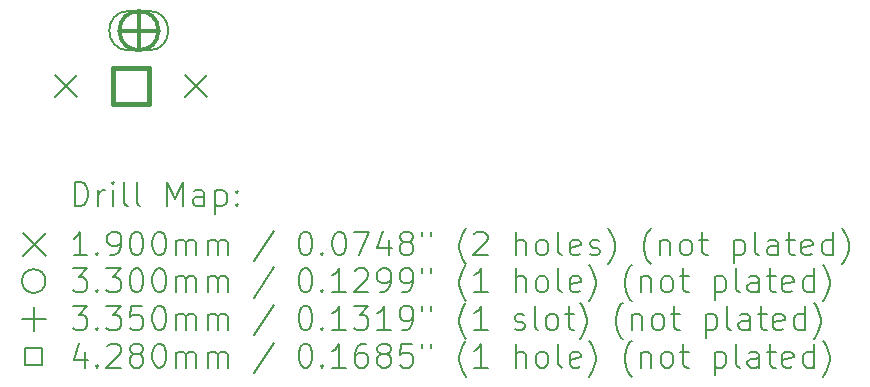
<source format=gbr>
%TF.GenerationSoftware,KiCad,Pcbnew,7.0.2*%
%TF.CreationDate,2023-05-08T22:42:52+02:00*%
%TF.ProjectId,verasity_PCB,76657261-7369-4747-995f-5043422e6b69,rev?*%
%TF.SameCoordinates,Original*%
%TF.FileFunction,Drillmap*%
%TF.FilePolarity,Positive*%
%FSLAX45Y45*%
G04 Gerber Fmt 4.5, Leading zero omitted, Abs format (unit mm)*
G04 Created by KiCad (PCBNEW 7.0.2) date 2023-05-08 22:42:52*
%MOMM*%
%LPD*%
G01*
G04 APERTURE LIST*
%ADD10C,0.200000*%
%ADD11C,0.190000*%
%ADD12C,0.330000*%
%ADD13C,0.335000*%
%ADD14C,0.428000*%
G04 APERTURE END LIST*
D10*
D11*
X6467000Y-8922000D02*
X6657000Y-9112000D01*
X6657000Y-8922000D02*
X6467000Y-9112000D01*
X7567000Y-8922000D02*
X7757000Y-9112000D01*
X7757000Y-8922000D02*
X7567000Y-9112000D01*
D12*
X7342000Y-8547000D02*
G75*
G03*
X7342000Y-8547000I-165000J0D01*
G01*
D13*
X7176000Y-8379700D02*
X7176000Y-8714700D01*
X7008500Y-8547200D02*
X7343500Y-8547200D01*
D10*
X7258500Y-8379700D02*
X7093500Y-8379700D01*
X7093500Y-8379700D02*
G75*
G03*
X7093500Y-8714700I0J-167500D01*
G01*
X7093500Y-8714700D02*
X7258500Y-8714700D01*
X7258500Y-8714700D02*
G75*
G03*
X7258500Y-8379700I0J167500D01*
G01*
D14*
X7263322Y-9168322D02*
X7263322Y-8865678D01*
X6960678Y-8865678D01*
X6960678Y-9168322D01*
X7263322Y-9168322D01*
D10*
X6634119Y-10030024D02*
X6634119Y-9830024D01*
X6634119Y-9830024D02*
X6681738Y-9830024D01*
X6681738Y-9830024D02*
X6710309Y-9839548D01*
X6710309Y-9839548D02*
X6729357Y-9858595D01*
X6729357Y-9858595D02*
X6738881Y-9877643D01*
X6738881Y-9877643D02*
X6748405Y-9915738D01*
X6748405Y-9915738D02*
X6748405Y-9944310D01*
X6748405Y-9944310D02*
X6738881Y-9982405D01*
X6738881Y-9982405D02*
X6729357Y-10001452D01*
X6729357Y-10001452D02*
X6710309Y-10020500D01*
X6710309Y-10020500D02*
X6681738Y-10030024D01*
X6681738Y-10030024D02*
X6634119Y-10030024D01*
X6834119Y-10030024D02*
X6834119Y-9896690D01*
X6834119Y-9934786D02*
X6843643Y-9915738D01*
X6843643Y-9915738D02*
X6853167Y-9906214D01*
X6853167Y-9906214D02*
X6872214Y-9896690D01*
X6872214Y-9896690D02*
X6891262Y-9896690D01*
X6957928Y-10030024D02*
X6957928Y-9896690D01*
X6957928Y-9830024D02*
X6948405Y-9839548D01*
X6948405Y-9839548D02*
X6957928Y-9849071D01*
X6957928Y-9849071D02*
X6967452Y-9839548D01*
X6967452Y-9839548D02*
X6957928Y-9830024D01*
X6957928Y-9830024D02*
X6957928Y-9849071D01*
X7081738Y-10030024D02*
X7062690Y-10020500D01*
X7062690Y-10020500D02*
X7053167Y-10001452D01*
X7053167Y-10001452D02*
X7053167Y-9830024D01*
X7186500Y-10030024D02*
X7167452Y-10020500D01*
X7167452Y-10020500D02*
X7157928Y-10001452D01*
X7157928Y-10001452D02*
X7157928Y-9830024D01*
X7415071Y-10030024D02*
X7415071Y-9830024D01*
X7415071Y-9830024D02*
X7481738Y-9972881D01*
X7481738Y-9972881D02*
X7548405Y-9830024D01*
X7548405Y-9830024D02*
X7548405Y-10030024D01*
X7729357Y-10030024D02*
X7729357Y-9925262D01*
X7729357Y-9925262D02*
X7719833Y-9906214D01*
X7719833Y-9906214D02*
X7700786Y-9896690D01*
X7700786Y-9896690D02*
X7662690Y-9896690D01*
X7662690Y-9896690D02*
X7643643Y-9906214D01*
X7729357Y-10020500D02*
X7710309Y-10030024D01*
X7710309Y-10030024D02*
X7662690Y-10030024D01*
X7662690Y-10030024D02*
X7643643Y-10020500D01*
X7643643Y-10020500D02*
X7634119Y-10001452D01*
X7634119Y-10001452D02*
X7634119Y-9982405D01*
X7634119Y-9982405D02*
X7643643Y-9963357D01*
X7643643Y-9963357D02*
X7662690Y-9953833D01*
X7662690Y-9953833D02*
X7710309Y-9953833D01*
X7710309Y-9953833D02*
X7729357Y-9944310D01*
X7824595Y-9896690D02*
X7824595Y-10096690D01*
X7824595Y-9906214D02*
X7843643Y-9896690D01*
X7843643Y-9896690D02*
X7881738Y-9896690D01*
X7881738Y-9896690D02*
X7900786Y-9906214D01*
X7900786Y-9906214D02*
X7910309Y-9915738D01*
X7910309Y-9915738D02*
X7919833Y-9934786D01*
X7919833Y-9934786D02*
X7919833Y-9991929D01*
X7919833Y-9991929D02*
X7910309Y-10010976D01*
X7910309Y-10010976D02*
X7900786Y-10020500D01*
X7900786Y-10020500D02*
X7881738Y-10030024D01*
X7881738Y-10030024D02*
X7843643Y-10030024D01*
X7843643Y-10030024D02*
X7824595Y-10020500D01*
X8005548Y-10010976D02*
X8015071Y-10020500D01*
X8015071Y-10020500D02*
X8005548Y-10030024D01*
X8005548Y-10030024D02*
X7996024Y-10020500D01*
X7996024Y-10020500D02*
X8005548Y-10010976D01*
X8005548Y-10010976D02*
X8005548Y-10030024D01*
X8005548Y-9906214D02*
X8015071Y-9915738D01*
X8015071Y-9915738D02*
X8005548Y-9925262D01*
X8005548Y-9925262D02*
X7996024Y-9915738D01*
X7996024Y-9915738D02*
X8005548Y-9906214D01*
X8005548Y-9906214D02*
X8005548Y-9925262D01*
D11*
X6196500Y-10262500D02*
X6386500Y-10452500D01*
X6386500Y-10262500D02*
X6196500Y-10452500D01*
D10*
X6738881Y-10450024D02*
X6624595Y-10450024D01*
X6681738Y-10450024D02*
X6681738Y-10250024D01*
X6681738Y-10250024D02*
X6662690Y-10278595D01*
X6662690Y-10278595D02*
X6643643Y-10297643D01*
X6643643Y-10297643D02*
X6624595Y-10307167D01*
X6824595Y-10430976D02*
X6834119Y-10440500D01*
X6834119Y-10440500D02*
X6824595Y-10450024D01*
X6824595Y-10450024D02*
X6815071Y-10440500D01*
X6815071Y-10440500D02*
X6824595Y-10430976D01*
X6824595Y-10430976D02*
X6824595Y-10450024D01*
X6929357Y-10450024D02*
X6967452Y-10450024D01*
X6967452Y-10450024D02*
X6986500Y-10440500D01*
X6986500Y-10440500D02*
X6996024Y-10430976D01*
X6996024Y-10430976D02*
X7015071Y-10402405D01*
X7015071Y-10402405D02*
X7024595Y-10364310D01*
X7024595Y-10364310D02*
X7024595Y-10288119D01*
X7024595Y-10288119D02*
X7015071Y-10269071D01*
X7015071Y-10269071D02*
X7005548Y-10259548D01*
X7005548Y-10259548D02*
X6986500Y-10250024D01*
X6986500Y-10250024D02*
X6948405Y-10250024D01*
X6948405Y-10250024D02*
X6929357Y-10259548D01*
X6929357Y-10259548D02*
X6919833Y-10269071D01*
X6919833Y-10269071D02*
X6910309Y-10288119D01*
X6910309Y-10288119D02*
X6910309Y-10335738D01*
X6910309Y-10335738D02*
X6919833Y-10354786D01*
X6919833Y-10354786D02*
X6929357Y-10364310D01*
X6929357Y-10364310D02*
X6948405Y-10373833D01*
X6948405Y-10373833D02*
X6986500Y-10373833D01*
X6986500Y-10373833D02*
X7005548Y-10364310D01*
X7005548Y-10364310D02*
X7015071Y-10354786D01*
X7015071Y-10354786D02*
X7024595Y-10335738D01*
X7148405Y-10250024D02*
X7167452Y-10250024D01*
X7167452Y-10250024D02*
X7186500Y-10259548D01*
X7186500Y-10259548D02*
X7196024Y-10269071D01*
X7196024Y-10269071D02*
X7205548Y-10288119D01*
X7205548Y-10288119D02*
X7215071Y-10326214D01*
X7215071Y-10326214D02*
X7215071Y-10373833D01*
X7215071Y-10373833D02*
X7205548Y-10411929D01*
X7205548Y-10411929D02*
X7196024Y-10430976D01*
X7196024Y-10430976D02*
X7186500Y-10440500D01*
X7186500Y-10440500D02*
X7167452Y-10450024D01*
X7167452Y-10450024D02*
X7148405Y-10450024D01*
X7148405Y-10450024D02*
X7129357Y-10440500D01*
X7129357Y-10440500D02*
X7119833Y-10430976D01*
X7119833Y-10430976D02*
X7110309Y-10411929D01*
X7110309Y-10411929D02*
X7100786Y-10373833D01*
X7100786Y-10373833D02*
X7100786Y-10326214D01*
X7100786Y-10326214D02*
X7110309Y-10288119D01*
X7110309Y-10288119D02*
X7119833Y-10269071D01*
X7119833Y-10269071D02*
X7129357Y-10259548D01*
X7129357Y-10259548D02*
X7148405Y-10250024D01*
X7338881Y-10250024D02*
X7357929Y-10250024D01*
X7357929Y-10250024D02*
X7376976Y-10259548D01*
X7376976Y-10259548D02*
X7386500Y-10269071D01*
X7386500Y-10269071D02*
X7396024Y-10288119D01*
X7396024Y-10288119D02*
X7405548Y-10326214D01*
X7405548Y-10326214D02*
X7405548Y-10373833D01*
X7405548Y-10373833D02*
X7396024Y-10411929D01*
X7396024Y-10411929D02*
X7386500Y-10430976D01*
X7386500Y-10430976D02*
X7376976Y-10440500D01*
X7376976Y-10440500D02*
X7357929Y-10450024D01*
X7357929Y-10450024D02*
X7338881Y-10450024D01*
X7338881Y-10450024D02*
X7319833Y-10440500D01*
X7319833Y-10440500D02*
X7310309Y-10430976D01*
X7310309Y-10430976D02*
X7300786Y-10411929D01*
X7300786Y-10411929D02*
X7291262Y-10373833D01*
X7291262Y-10373833D02*
X7291262Y-10326214D01*
X7291262Y-10326214D02*
X7300786Y-10288119D01*
X7300786Y-10288119D02*
X7310309Y-10269071D01*
X7310309Y-10269071D02*
X7319833Y-10259548D01*
X7319833Y-10259548D02*
X7338881Y-10250024D01*
X7491262Y-10450024D02*
X7491262Y-10316690D01*
X7491262Y-10335738D02*
X7500786Y-10326214D01*
X7500786Y-10326214D02*
X7519833Y-10316690D01*
X7519833Y-10316690D02*
X7548405Y-10316690D01*
X7548405Y-10316690D02*
X7567452Y-10326214D01*
X7567452Y-10326214D02*
X7576976Y-10345262D01*
X7576976Y-10345262D02*
X7576976Y-10450024D01*
X7576976Y-10345262D02*
X7586500Y-10326214D01*
X7586500Y-10326214D02*
X7605548Y-10316690D01*
X7605548Y-10316690D02*
X7634119Y-10316690D01*
X7634119Y-10316690D02*
X7653167Y-10326214D01*
X7653167Y-10326214D02*
X7662690Y-10345262D01*
X7662690Y-10345262D02*
X7662690Y-10450024D01*
X7757929Y-10450024D02*
X7757929Y-10316690D01*
X7757929Y-10335738D02*
X7767452Y-10326214D01*
X7767452Y-10326214D02*
X7786500Y-10316690D01*
X7786500Y-10316690D02*
X7815071Y-10316690D01*
X7815071Y-10316690D02*
X7834119Y-10326214D01*
X7834119Y-10326214D02*
X7843643Y-10345262D01*
X7843643Y-10345262D02*
X7843643Y-10450024D01*
X7843643Y-10345262D02*
X7853167Y-10326214D01*
X7853167Y-10326214D02*
X7872214Y-10316690D01*
X7872214Y-10316690D02*
X7900786Y-10316690D01*
X7900786Y-10316690D02*
X7919833Y-10326214D01*
X7919833Y-10326214D02*
X7929357Y-10345262D01*
X7929357Y-10345262D02*
X7929357Y-10450024D01*
X8319833Y-10240500D02*
X8148405Y-10497643D01*
X8576976Y-10250024D02*
X8596024Y-10250024D01*
X8596024Y-10250024D02*
X8615072Y-10259548D01*
X8615072Y-10259548D02*
X8624595Y-10269071D01*
X8624595Y-10269071D02*
X8634119Y-10288119D01*
X8634119Y-10288119D02*
X8643643Y-10326214D01*
X8643643Y-10326214D02*
X8643643Y-10373833D01*
X8643643Y-10373833D02*
X8634119Y-10411929D01*
X8634119Y-10411929D02*
X8624595Y-10430976D01*
X8624595Y-10430976D02*
X8615072Y-10440500D01*
X8615072Y-10440500D02*
X8596024Y-10450024D01*
X8596024Y-10450024D02*
X8576976Y-10450024D01*
X8576976Y-10450024D02*
X8557929Y-10440500D01*
X8557929Y-10440500D02*
X8548405Y-10430976D01*
X8548405Y-10430976D02*
X8538881Y-10411929D01*
X8538881Y-10411929D02*
X8529357Y-10373833D01*
X8529357Y-10373833D02*
X8529357Y-10326214D01*
X8529357Y-10326214D02*
X8538881Y-10288119D01*
X8538881Y-10288119D02*
X8548405Y-10269071D01*
X8548405Y-10269071D02*
X8557929Y-10259548D01*
X8557929Y-10259548D02*
X8576976Y-10250024D01*
X8729357Y-10430976D02*
X8738881Y-10440500D01*
X8738881Y-10440500D02*
X8729357Y-10450024D01*
X8729357Y-10450024D02*
X8719834Y-10440500D01*
X8719834Y-10440500D02*
X8729357Y-10430976D01*
X8729357Y-10430976D02*
X8729357Y-10450024D01*
X8862691Y-10250024D02*
X8881738Y-10250024D01*
X8881738Y-10250024D02*
X8900786Y-10259548D01*
X8900786Y-10259548D02*
X8910310Y-10269071D01*
X8910310Y-10269071D02*
X8919834Y-10288119D01*
X8919834Y-10288119D02*
X8929357Y-10326214D01*
X8929357Y-10326214D02*
X8929357Y-10373833D01*
X8929357Y-10373833D02*
X8919834Y-10411929D01*
X8919834Y-10411929D02*
X8910310Y-10430976D01*
X8910310Y-10430976D02*
X8900786Y-10440500D01*
X8900786Y-10440500D02*
X8881738Y-10450024D01*
X8881738Y-10450024D02*
X8862691Y-10450024D01*
X8862691Y-10450024D02*
X8843643Y-10440500D01*
X8843643Y-10440500D02*
X8834119Y-10430976D01*
X8834119Y-10430976D02*
X8824595Y-10411929D01*
X8824595Y-10411929D02*
X8815072Y-10373833D01*
X8815072Y-10373833D02*
X8815072Y-10326214D01*
X8815072Y-10326214D02*
X8824595Y-10288119D01*
X8824595Y-10288119D02*
X8834119Y-10269071D01*
X8834119Y-10269071D02*
X8843643Y-10259548D01*
X8843643Y-10259548D02*
X8862691Y-10250024D01*
X8996024Y-10250024D02*
X9129357Y-10250024D01*
X9129357Y-10250024D02*
X9043643Y-10450024D01*
X9291262Y-10316690D02*
X9291262Y-10450024D01*
X9243643Y-10240500D02*
X9196024Y-10383357D01*
X9196024Y-10383357D02*
X9319834Y-10383357D01*
X9424595Y-10335738D02*
X9405548Y-10326214D01*
X9405548Y-10326214D02*
X9396024Y-10316690D01*
X9396024Y-10316690D02*
X9386500Y-10297643D01*
X9386500Y-10297643D02*
X9386500Y-10288119D01*
X9386500Y-10288119D02*
X9396024Y-10269071D01*
X9396024Y-10269071D02*
X9405548Y-10259548D01*
X9405548Y-10259548D02*
X9424595Y-10250024D01*
X9424595Y-10250024D02*
X9462691Y-10250024D01*
X9462691Y-10250024D02*
X9481738Y-10259548D01*
X9481738Y-10259548D02*
X9491262Y-10269071D01*
X9491262Y-10269071D02*
X9500786Y-10288119D01*
X9500786Y-10288119D02*
X9500786Y-10297643D01*
X9500786Y-10297643D02*
X9491262Y-10316690D01*
X9491262Y-10316690D02*
X9481738Y-10326214D01*
X9481738Y-10326214D02*
X9462691Y-10335738D01*
X9462691Y-10335738D02*
X9424595Y-10335738D01*
X9424595Y-10335738D02*
X9405548Y-10345262D01*
X9405548Y-10345262D02*
X9396024Y-10354786D01*
X9396024Y-10354786D02*
X9386500Y-10373833D01*
X9386500Y-10373833D02*
X9386500Y-10411929D01*
X9386500Y-10411929D02*
X9396024Y-10430976D01*
X9396024Y-10430976D02*
X9405548Y-10440500D01*
X9405548Y-10440500D02*
X9424595Y-10450024D01*
X9424595Y-10450024D02*
X9462691Y-10450024D01*
X9462691Y-10450024D02*
X9481738Y-10440500D01*
X9481738Y-10440500D02*
X9491262Y-10430976D01*
X9491262Y-10430976D02*
X9500786Y-10411929D01*
X9500786Y-10411929D02*
X9500786Y-10373833D01*
X9500786Y-10373833D02*
X9491262Y-10354786D01*
X9491262Y-10354786D02*
X9481738Y-10345262D01*
X9481738Y-10345262D02*
X9462691Y-10335738D01*
X9576976Y-10250024D02*
X9576976Y-10288119D01*
X9653167Y-10250024D02*
X9653167Y-10288119D01*
X9948405Y-10526214D02*
X9938881Y-10516690D01*
X9938881Y-10516690D02*
X9919834Y-10488119D01*
X9919834Y-10488119D02*
X9910310Y-10469071D01*
X9910310Y-10469071D02*
X9900786Y-10440500D01*
X9900786Y-10440500D02*
X9891262Y-10392881D01*
X9891262Y-10392881D02*
X9891262Y-10354786D01*
X9891262Y-10354786D02*
X9900786Y-10307167D01*
X9900786Y-10307167D02*
X9910310Y-10278595D01*
X9910310Y-10278595D02*
X9919834Y-10259548D01*
X9919834Y-10259548D02*
X9938881Y-10230976D01*
X9938881Y-10230976D02*
X9948405Y-10221452D01*
X10015072Y-10269071D02*
X10024596Y-10259548D01*
X10024596Y-10259548D02*
X10043643Y-10250024D01*
X10043643Y-10250024D02*
X10091262Y-10250024D01*
X10091262Y-10250024D02*
X10110310Y-10259548D01*
X10110310Y-10259548D02*
X10119834Y-10269071D01*
X10119834Y-10269071D02*
X10129357Y-10288119D01*
X10129357Y-10288119D02*
X10129357Y-10307167D01*
X10129357Y-10307167D02*
X10119834Y-10335738D01*
X10119834Y-10335738D02*
X10005548Y-10450024D01*
X10005548Y-10450024D02*
X10129357Y-10450024D01*
X10367453Y-10450024D02*
X10367453Y-10250024D01*
X10453167Y-10450024D02*
X10453167Y-10345262D01*
X10453167Y-10345262D02*
X10443643Y-10326214D01*
X10443643Y-10326214D02*
X10424596Y-10316690D01*
X10424596Y-10316690D02*
X10396024Y-10316690D01*
X10396024Y-10316690D02*
X10376977Y-10326214D01*
X10376977Y-10326214D02*
X10367453Y-10335738D01*
X10576977Y-10450024D02*
X10557929Y-10440500D01*
X10557929Y-10440500D02*
X10548405Y-10430976D01*
X10548405Y-10430976D02*
X10538881Y-10411929D01*
X10538881Y-10411929D02*
X10538881Y-10354786D01*
X10538881Y-10354786D02*
X10548405Y-10335738D01*
X10548405Y-10335738D02*
X10557929Y-10326214D01*
X10557929Y-10326214D02*
X10576977Y-10316690D01*
X10576977Y-10316690D02*
X10605548Y-10316690D01*
X10605548Y-10316690D02*
X10624596Y-10326214D01*
X10624596Y-10326214D02*
X10634119Y-10335738D01*
X10634119Y-10335738D02*
X10643643Y-10354786D01*
X10643643Y-10354786D02*
X10643643Y-10411929D01*
X10643643Y-10411929D02*
X10634119Y-10430976D01*
X10634119Y-10430976D02*
X10624596Y-10440500D01*
X10624596Y-10440500D02*
X10605548Y-10450024D01*
X10605548Y-10450024D02*
X10576977Y-10450024D01*
X10757929Y-10450024D02*
X10738881Y-10440500D01*
X10738881Y-10440500D02*
X10729358Y-10421452D01*
X10729358Y-10421452D02*
X10729358Y-10250024D01*
X10910310Y-10440500D02*
X10891262Y-10450024D01*
X10891262Y-10450024D02*
X10853167Y-10450024D01*
X10853167Y-10450024D02*
X10834119Y-10440500D01*
X10834119Y-10440500D02*
X10824596Y-10421452D01*
X10824596Y-10421452D02*
X10824596Y-10345262D01*
X10824596Y-10345262D02*
X10834119Y-10326214D01*
X10834119Y-10326214D02*
X10853167Y-10316690D01*
X10853167Y-10316690D02*
X10891262Y-10316690D01*
X10891262Y-10316690D02*
X10910310Y-10326214D01*
X10910310Y-10326214D02*
X10919834Y-10345262D01*
X10919834Y-10345262D02*
X10919834Y-10364310D01*
X10919834Y-10364310D02*
X10824596Y-10383357D01*
X10996024Y-10440500D02*
X11015072Y-10450024D01*
X11015072Y-10450024D02*
X11053167Y-10450024D01*
X11053167Y-10450024D02*
X11072215Y-10440500D01*
X11072215Y-10440500D02*
X11081739Y-10421452D01*
X11081739Y-10421452D02*
X11081739Y-10411929D01*
X11081739Y-10411929D02*
X11072215Y-10392881D01*
X11072215Y-10392881D02*
X11053167Y-10383357D01*
X11053167Y-10383357D02*
X11024596Y-10383357D01*
X11024596Y-10383357D02*
X11005548Y-10373833D01*
X11005548Y-10373833D02*
X10996024Y-10354786D01*
X10996024Y-10354786D02*
X10996024Y-10345262D01*
X10996024Y-10345262D02*
X11005548Y-10326214D01*
X11005548Y-10326214D02*
X11024596Y-10316690D01*
X11024596Y-10316690D02*
X11053167Y-10316690D01*
X11053167Y-10316690D02*
X11072215Y-10326214D01*
X11148405Y-10526214D02*
X11157929Y-10516690D01*
X11157929Y-10516690D02*
X11176977Y-10488119D01*
X11176977Y-10488119D02*
X11186500Y-10469071D01*
X11186500Y-10469071D02*
X11196024Y-10440500D01*
X11196024Y-10440500D02*
X11205548Y-10392881D01*
X11205548Y-10392881D02*
X11205548Y-10354786D01*
X11205548Y-10354786D02*
X11196024Y-10307167D01*
X11196024Y-10307167D02*
X11186500Y-10278595D01*
X11186500Y-10278595D02*
X11176977Y-10259548D01*
X11176977Y-10259548D02*
X11157929Y-10230976D01*
X11157929Y-10230976D02*
X11148405Y-10221452D01*
X11510310Y-10526214D02*
X11500786Y-10516690D01*
X11500786Y-10516690D02*
X11481738Y-10488119D01*
X11481738Y-10488119D02*
X11472215Y-10469071D01*
X11472215Y-10469071D02*
X11462691Y-10440500D01*
X11462691Y-10440500D02*
X11453167Y-10392881D01*
X11453167Y-10392881D02*
X11453167Y-10354786D01*
X11453167Y-10354786D02*
X11462691Y-10307167D01*
X11462691Y-10307167D02*
X11472215Y-10278595D01*
X11472215Y-10278595D02*
X11481738Y-10259548D01*
X11481738Y-10259548D02*
X11500786Y-10230976D01*
X11500786Y-10230976D02*
X11510310Y-10221452D01*
X11586500Y-10316690D02*
X11586500Y-10450024D01*
X11586500Y-10335738D02*
X11596024Y-10326214D01*
X11596024Y-10326214D02*
X11615072Y-10316690D01*
X11615072Y-10316690D02*
X11643643Y-10316690D01*
X11643643Y-10316690D02*
X11662691Y-10326214D01*
X11662691Y-10326214D02*
X11672215Y-10345262D01*
X11672215Y-10345262D02*
X11672215Y-10450024D01*
X11796024Y-10450024D02*
X11776977Y-10440500D01*
X11776977Y-10440500D02*
X11767453Y-10430976D01*
X11767453Y-10430976D02*
X11757929Y-10411929D01*
X11757929Y-10411929D02*
X11757929Y-10354786D01*
X11757929Y-10354786D02*
X11767453Y-10335738D01*
X11767453Y-10335738D02*
X11776977Y-10326214D01*
X11776977Y-10326214D02*
X11796024Y-10316690D01*
X11796024Y-10316690D02*
X11824596Y-10316690D01*
X11824596Y-10316690D02*
X11843643Y-10326214D01*
X11843643Y-10326214D02*
X11853167Y-10335738D01*
X11853167Y-10335738D02*
X11862691Y-10354786D01*
X11862691Y-10354786D02*
X11862691Y-10411929D01*
X11862691Y-10411929D02*
X11853167Y-10430976D01*
X11853167Y-10430976D02*
X11843643Y-10440500D01*
X11843643Y-10440500D02*
X11824596Y-10450024D01*
X11824596Y-10450024D02*
X11796024Y-10450024D01*
X11919834Y-10316690D02*
X11996024Y-10316690D01*
X11948405Y-10250024D02*
X11948405Y-10421452D01*
X11948405Y-10421452D02*
X11957929Y-10440500D01*
X11957929Y-10440500D02*
X11976977Y-10450024D01*
X11976977Y-10450024D02*
X11996024Y-10450024D01*
X12215072Y-10316690D02*
X12215072Y-10516690D01*
X12215072Y-10326214D02*
X12234119Y-10316690D01*
X12234119Y-10316690D02*
X12272215Y-10316690D01*
X12272215Y-10316690D02*
X12291262Y-10326214D01*
X12291262Y-10326214D02*
X12300786Y-10335738D01*
X12300786Y-10335738D02*
X12310310Y-10354786D01*
X12310310Y-10354786D02*
X12310310Y-10411929D01*
X12310310Y-10411929D02*
X12300786Y-10430976D01*
X12300786Y-10430976D02*
X12291262Y-10440500D01*
X12291262Y-10440500D02*
X12272215Y-10450024D01*
X12272215Y-10450024D02*
X12234119Y-10450024D01*
X12234119Y-10450024D02*
X12215072Y-10440500D01*
X12424596Y-10450024D02*
X12405548Y-10440500D01*
X12405548Y-10440500D02*
X12396024Y-10421452D01*
X12396024Y-10421452D02*
X12396024Y-10250024D01*
X12586500Y-10450024D02*
X12586500Y-10345262D01*
X12586500Y-10345262D02*
X12576977Y-10326214D01*
X12576977Y-10326214D02*
X12557929Y-10316690D01*
X12557929Y-10316690D02*
X12519834Y-10316690D01*
X12519834Y-10316690D02*
X12500786Y-10326214D01*
X12586500Y-10440500D02*
X12567453Y-10450024D01*
X12567453Y-10450024D02*
X12519834Y-10450024D01*
X12519834Y-10450024D02*
X12500786Y-10440500D01*
X12500786Y-10440500D02*
X12491262Y-10421452D01*
X12491262Y-10421452D02*
X12491262Y-10402405D01*
X12491262Y-10402405D02*
X12500786Y-10383357D01*
X12500786Y-10383357D02*
X12519834Y-10373833D01*
X12519834Y-10373833D02*
X12567453Y-10373833D01*
X12567453Y-10373833D02*
X12586500Y-10364310D01*
X12653167Y-10316690D02*
X12729358Y-10316690D01*
X12681739Y-10250024D02*
X12681739Y-10421452D01*
X12681739Y-10421452D02*
X12691262Y-10440500D01*
X12691262Y-10440500D02*
X12710310Y-10450024D01*
X12710310Y-10450024D02*
X12729358Y-10450024D01*
X12872215Y-10440500D02*
X12853167Y-10450024D01*
X12853167Y-10450024D02*
X12815072Y-10450024D01*
X12815072Y-10450024D02*
X12796024Y-10440500D01*
X12796024Y-10440500D02*
X12786500Y-10421452D01*
X12786500Y-10421452D02*
X12786500Y-10345262D01*
X12786500Y-10345262D02*
X12796024Y-10326214D01*
X12796024Y-10326214D02*
X12815072Y-10316690D01*
X12815072Y-10316690D02*
X12853167Y-10316690D01*
X12853167Y-10316690D02*
X12872215Y-10326214D01*
X12872215Y-10326214D02*
X12881739Y-10345262D01*
X12881739Y-10345262D02*
X12881739Y-10364310D01*
X12881739Y-10364310D02*
X12786500Y-10383357D01*
X13053167Y-10450024D02*
X13053167Y-10250024D01*
X13053167Y-10440500D02*
X13034120Y-10450024D01*
X13034120Y-10450024D02*
X12996024Y-10450024D01*
X12996024Y-10450024D02*
X12976977Y-10440500D01*
X12976977Y-10440500D02*
X12967453Y-10430976D01*
X12967453Y-10430976D02*
X12957929Y-10411929D01*
X12957929Y-10411929D02*
X12957929Y-10354786D01*
X12957929Y-10354786D02*
X12967453Y-10335738D01*
X12967453Y-10335738D02*
X12976977Y-10326214D01*
X12976977Y-10326214D02*
X12996024Y-10316690D01*
X12996024Y-10316690D02*
X13034120Y-10316690D01*
X13034120Y-10316690D02*
X13053167Y-10326214D01*
X13129358Y-10526214D02*
X13138881Y-10516690D01*
X13138881Y-10516690D02*
X13157929Y-10488119D01*
X13157929Y-10488119D02*
X13167453Y-10469071D01*
X13167453Y-10469071D02*
X13176977Y-10440500D01*
X13176977Y-10440500D02*
X13186500Y-10392881D01*
X13186500Y-10392881D02*
X13186500Y-10354786D01*
X13186500Y-10354786D02*
X13176977Y-10307167D01*
X13176977Y-10307167D02*
X13167453Y-10278595D01*
X13167453Y-10278595D02*
X13157929Y-10259548D01*
X13157929Y-10259548D02*
X13138881Y-10230976D01*
X13138881Y-10230976D02*
X13129358Y-10221452D01*
X6386500Y-10667500D02*
G75*
G03*
X6386500Y-10667500I-100000J0D01*
G01*
X6615071Y-10560024D02*
X6738881Y-10560024D01*
X6738881Y-10560024D02*
X6672214Y-10636214D01*
X6672214Y-10636214D02*
X6700786Y-10636214D01*
X6700786Y-10636214D02*
X6719833Y-10645738D01*
X6719833Y-10645738D02*
X6729357Y-10655262D01*
X6729357Y-10655262D02*
X6738881Y-10674310D01*
X6738881Y-10674310D02*
X6738881Y-10721929D01*
X6738881Y-10721929D02*
X6729357Y-10740976D01*
X6729357Y-10740976D02*
X6719833Y-10750500D01*
X6719833Y-10750500D02*
X6700786Y-10760024D01*
X6700786Y-10760024D02*
X6643643Y-10760024D01*
X6643643Y-10760024D02*
X6624595Y-10750500D01*
X6624595Y-10750500D02*
X6615071Y-10740976D01*
X6824595Y-10740976D02*
X6834119Y-10750500D01*
X6834119Y-10750500D02*
X6824595Y-10760024D01*
X6824595Y-10760024D02*
X6815071Y-10750500D01*
X6815071Y-10750500D02*
X6824595Y-10740976D01*
X6824595Y-10740976D02*
X6824595Y-10760024D01*
X6900786Y-10560024D02*
X7024595Y-10560024D01*
X7024595Y-10560024D02*
X6957928Y-10636214D01*
X6957928Y-10636214D02*
X6986500Y-10636214D01*
X6986500Y-10636214D02*
X7005548Y-10645738D01*
X7005548Y-10645738D02*
X7015071Y-10655262D01*
X7015071Y-10655262D02*
X7024595Y-10674310D01*
X7024595Y-10674310D02*
X7024595Y-10721929D01*
X7024595Y-10721929D02*
X7015071Y-10740976D01*
X7015071Y-10740976D02*
X7005548Y-10750500D01*
X7005548Y-10750500D02*
X6986500Y-10760024D01*
X6986500Y-10760024D02*
X6929357Y-10760024D01*
X6929357Y-10760024D02*
X6910309Y-10750500D01*
X6910309Y-10750500D02*
X6900786Y-10740976D01*
X7148405Y-10560024D02*
X7167452Y-10560024D01*
X7167452Y-10560024D02*
X7186500Y-10569548D01*
X7186500Y-10569548D02*
X7196024Y-10579071D01*
X7196024Y-10579071D02*
X7205548Y-10598119D01*
X7205548Y-10598119D02*
X7215071Y-10636214D01*
X7215071Y-10636214D02*
X7215071Y-10683833D01*
X7215071Y-10683833D02*
X7205548Y-10721929D01*
X7205548Y-10721929D02*
X7196024Y-10740976D01*
X7196024Y-10740976D02*
X7186500Y-10750500D01*
X7186500Y-10750500D02*
X7167452Y-10760024D01*
X7167452Y-10760024D02*
X7148405Y-10760024D01*
X7148405Y-10760024D02*
X7129357Y-10750500D01*
X7129357Y-10750500D02*
X7119833Y-10740976D01*
X7119833Y-10740976D02*
X7110309Y-10721929D01*
X7110309Y-10721929D02*
X7100786Y-10683833D01*
X7100786Y-10683833D02*
X7100786Y-10636214D01*
X7100786Y-10636214D02*
X7110309Y-10598119D01*
X7110309Y-10598119D02*
X7119833Y-10579071D01*
X7119833Y-10579071D02*
X7129357Y-10569548D01*
X7129357Y-10569548D02*
X7148405Y-10560024D01*
X7338881Y-10560024D02*
X7357929Y-10560024D01*
X7357929Y-10560024D02*
X7376976Y-10569548D01*
X7376976Y-10569548D02*
X7386500Y-10579071D01*
X7386500Y-10579071D02*
X7396024Y-10598119D01*
X7396024Y-10598119D02*
X7405548Y-10636214D01*
X7405548Y-10636214D02*
X7405548Y-10683833D01*
X7405548Y-10683833D02*
X7396024Y-10721929D01*
X7396024Y-10721929D02*
X7386500Y-10740976D01*
X7386500Y-10740976D02*
X7376976Y-10750500D01*
X7376976Y-10750500D02*
X7357929Y-10760024D01*
X7357929Y-10760024D02*
X7338881Y-10760024D01*
X7338881Y-10760024D02*
X7319833Y-10750500D01*
X7319833Y-10750500D02*
X7310309Y-10740976D01*
X7310309Y-10740976D02*
X7300786Y-10721929D01*
X7300786Y-10721929D02*
X7291262Y-10683833D01*
X7291262Y-10683833D02*
X7291262Y-10636214D01*
X7291262Y-10636214D02*
X7300786Y-10598119D01*
X7300786Y-10598119D02*
X7310309Y-10579071D01*
X7310309Y-10579071D02*
X7319833Y-10569548D01*
X7319833Y-10569548D02*
X7338881Y-10560024D01*
X7491262Y-10760024D02*
X7491262Y-10626690D01*
X7491262Y-10645738D02*
X7500786Y-10636214D01*
X7500786Y-10636214D02*
X7519833Y-10626690D01*
X7519833Y-10626690D02*
X7548405Y-10626690D01*
X7548405Y-10626690D02*
X7567452Y-10636214D01*
X7567452Y-10636214D02*
X7576976Y-10655262D01*
X7576976Y-10655262D02*
X7576976Y-10760024D01*
X7576976Y-10655262D02*
X7586500Y-10636214D01*
X7586500Y-10636214D02*
X7605548Y-10626690D01*
X7605548Y-10626690D02*
X7634119Y-10626690D01*
X7634119Y-10626690D02*
X7653167Y-10636214D01*
X7653167Y-10636214D02*
X7662690Y-10655262D01*
X7662690Y-10655262D02*
X7662690Y-10760024D01*
X7757929Y-10760024D02*
X7757929Y-10626690D01*
X7757929Y-10645738D02*
X7767452Y-10636214D01*
X7767452Y-10636214D02*
X7786500Y-10626690D01*
X7786500Y-10626690D02*
X7815071Y-10626690D01*
X7815071Y-10626690D02*
X7834119Y-10636214D01*
X7834119Y-10636214D02*
X7843643Y-10655262D01*
X7843643Y-10655262D02*
X7843643Y-10760024D01*
X7843643Y-10655262D02*
X7853167Y-10636214D01*
X7853167Y-10636214D02*
X7872214Y-10626690D01*
X7872214Y-10626690D02*
X7900786Y-10626690D01*
X7900786Y-10626690D02*
X7919833Y-10636214D01*
X7919833Y-10636214D02*
X7929357Y-10655262D01*
X7929357Y-10655262D02*
X7929357Y-10760024D01*
X8319833Y-10550500D02*
X8148405Y-10807643D01*
X8576976Y-10560024D02*
X8596024Y-10560024D01*
X8596024Y-10560024D02*
X8615072Y-10569548D01*
X8615072Y-10569548D02*
X8624595Y-10579071D01*
X8624595Y-10579071D02*
X8634119Y-10598119D01*
X8634119Y-10598119D02*
X8643643Y-10636214D01*
X8643643Y-10636214D02*
X8643643Y-10683833D01*
X8643643Y-10683833D02*
X8634119Y-10721929D01*
X8634119Y-10721929D02*
X8624595Y-10740976D01*
X8624595Y-10740976D02*
X8615072Y-10750500D01*
X8615072Y-10750500D02*
X8596024Y-10760024D01*
X8596024Y-10760024D02*
X8576976Y-10760024D01*
X8576976Y-10760024D02*
X8557929Y-10750500D01*
X8557929Y-10750500D02*
X8548405Y-10740976D01*
X8548405Y-10740976D02*
X8538881Y-10721929D01*
X8538881Y-10721929D02*
X8529357Y-10683833D01*
X8529357Y-10683833D02*
X8529357Y-10636214D01*
X8529357Y-10636214D02*
X8538881Y-10598119D01*
X8538881Y-10598119D02*
X8548405Y-10579071D01*
X8548405Y-10579071D02*
X8557929Y-10569548D01*
X8557929Y-10569548D02*
X8576976Y-10560024D01*
X8729357Y-10740976D02*
X8738881Y-10750500D01*
X8738881Y-10750500D02*
X8729357Y-10760024D01*
X8729357Y-10760024D02*
X8719834Y-10750500D01*
X8719834Y-10750500D02*
X8729357Y-10740976D01*
X8729357Y-10740976D02*
X8729357Y-10760024D01*
X8929357Y-10760024D02*
X8815072Y-10760024D01*
X8872214Y-10760024D02*
X8872214Y-10560024D01*
X8872214Y-10560024D02*
X8853167Y-10588595D01*
X8853167Y-10588595D02*
X8834119Y-10607643D01*
X8834119Y-10607643D02*
X8815072Y-10617167D01*
X9005548Y-10579071D02*
X9015072Y-10569548D01*
X9015072Y-10569548D02*
X9034119Y-10560024D01*
X9034119Y-10560024D02*
X9081738Y-10560024D01*
X9081738Y-10560024D02*
X9100786Y-10569548D01*
X9100786Y-10569548D02*
X9110310Y-10579071D01*
X9110310Y-10579071D02*
X9119834Y-10598119D01*
X9119834Y-10598119D02*
X9119834Y-10617167D01*
X9119834Y-10617167D02*
X9110310Y-10645738D01*
X9110310Y-10645738D02*
X8996024Y-10760024D01*
X8996024Y-10760024D02*
X9119834Y-10760024D01*
X9215072Y-10760024D02*
X9253167Y-10760024D01*
X9253167Y-10760024D02*
X9272215Y-10750500D01*
X9272215Y-10750500D02*
X9281738Y-10740976D01*
X9281738Y-10740976D02*
X9300786Y-10712405D01*
X9300786Y-10712405D02*
X9310310Y-10674310D01*
X9310310Y-10674310D02*
X9310310Y-10598119D01*
X9310310Y-10598119D02*
X9300786Y-10579071D01*
X9300786Y-10579071D02*
X9291262Y-10569548D01*
X9291262Y-10569548D02*
X9272215Y-10560024D01*
X9272215Y-10560024D02*
X9234119Y-10560024D01*
X9234119Y-10560024D02*
X9215072Y-10569548D01*
X9215072Y-10569548D02*
X9205548Y-10579071D01*
X9205548Y-10579071D02*
X9196024Y-10598119D01*
X9196024Y-10598119D02*
X9196024Y-10645738D01*
X9196024Y-10645738D02*
X9205548Y-10664786D01*
X9205548Y-10664786D02*
X9215072Y-10674310D01*
X9215072Y-10674310D02*
X9234119Y-10683833D01*
X9234119Y-10683833D02*
X9272215Y-10683833D01*
X9272215Y-10683833D02*
X9291262Y-10674310D01*
X9291262Y-10674310D02*
X9300786Y-10664786D01*
X9300786Y-10664786D02*
X9310310Y-10645738D01*
X9405548Y-10760024D02*
X9443643Y-10760024D01*
X9443643Y-10760024D02*
X9462691Y-10750500D01*
X9462691Y-10750500D02*
X9472215Y-10740976D01*
X9472215Y-10740976D02*
X9491262Y-10712405D01*
X9491262Y-10712405D02*
X9500786Y-10674310D01*
X9500786Y-10674310D02*
X9500786Y-10598119D01*
X9500786Y-10598119D02*
X9491262Y-10579071D01*
X9491262Y-10579071D02*
X9481738Y-10569548D01*
X9481738Y-10569548D02*
X9462691Y-10560024D01*
X9462691Y-10560024D02*
X9424595Y-10560024D01*
X9424595Y-10560024D02*
X9405548Y-10569548D01*
X9405548Y-10569548D02*
X9396024Y-10579071D01*
X9396024Y-10579071D02*
X9386500Y-10598119D01*
X9386500Y-10598119D02*
X9386500Y-10645738D01*
X9386500Y-10645738D02*
X9396024Y-10664786D01*
X9396024Y-10664786D02*
X9405548Y-10674310D01*
X9405548Y-10674310D02*
X9424595Y-10683833D01*
X9424595Y-10683833D02*
X9462691Y-10683833D01*
X9462691Y-10683833D02*
X9481738Y-10674310D01*
X9481738Y-10674310D02*
X9491262Y-10664786D01*
X9491262Y-10664786D02*
X9500786Y-10645738D01*
X9576976Y-10560024D02*
X9576976Y-10598119D01*
X9653167Y-10560024D02*
X9653167Y-10598119D01*
X9948405Y-10836214D02*
X9938881Y-10826690D01*
X9938881Y-10826690D02*
X9919834Y-10798119D01*
X9919834Y-10798119D02*
X9910310Y-10779071D01*
X9910310Y-10779071D02*
X9900786Y-10750500D01*
X9900786Y-10750500D02*
X9891262Y-10702881D01*
X9891262Y-10702881D02*
X9891262Y-10664786D01*
X9891262Y-10664786D02*
X9900786Y-10617167D01*
X9900786Y-10617167D02*
X9910310Y-10588595D01*
X9910310Y-10588595D02*
X9919834Y-10569548D01*
X9919834Y-10569548D02*
X9938881Y-10540976D01*
X9938881Y-10540976D02*
X9948405Y-10531452D01*
X10129357Y-10760024D02*
X10015072Y-10760024D01*
X10072215Y-10760024D02*
X10072215Y-10560024D01*
X10072215Y-10560024D02*
X10053167Y-10588595D01*
X10053167Y-10588595D02*
X10034119Y-10607643D01*
X10034119Y-10607643D02*
X10015072Y-10617167D01*
X10367453Y-10760024D02*
X10367453Y-10560024D01*
X10453167Y-10760024D02*
X10453167Y-10655262D01*
X10453167Y-10655262D02*
X10443643Y-10636214D01*
X10443643Y-10636214D02*
X10424596Y-10626690D01*
X10424596Y-10626690D02*
X10396024Y-10626690D01*
X10396024Y-10626690D02*
X10376977Y-10636214D01*
X10376977Y-10636214D02*
X10367453Y-10645738D01*
X10576977Y-10760024D02*
X10557929Y-10750500D01*
X10557929Y-10750500D02*
X10548405Y-10740976D01*
X10548405Y-10740976D02*
X10538881Y-10721929D01*
X10538881Y-10721929D02*
X10538881Y-10664786D01*
X10538881Y-10664786D02*
X10548405Y-10645738D01*
X10548405Y-10645738D02*
X10557929Y-10636214D01*
X10557929Y-10636214D02*
X10576977Y-10626690D01*
X10576977Y-10626690D02*
X10605548Y-10626690D01*
X10605548Y-10626690D02*
X10624596Y-10636214D01*
X10624596Y-10636214D02*
X10634119Y-10645738D01*
X10634119Y-10645738D02*
X10643643Y-10664786D01*
X10643643Y-10664786D02*
X10643643Y-10721929D01*
X10643643Y-10721929D02*
X10634119Y-10740976D01*
X10634119Y-10740976D02*
X10624596Y-10750500D01*
X10624596Y-10750500D02*
X10605548Y-10760024D01*
X10605548Y-10760024D02*
X10576977Y-10760024D01*
X10757929Y-10760024D02*
X10738881Y-10750500D01*
X10738881Y-10750500D02*
X10729358Y-10731452D01*
X10729358Y-10731452D02*
X10729358Y-10560024D01*
X10910310Y-10750500D02*
X10891262Y-10760024D01*
X10891262Y-10760024D02*
X10853167Y-10760024D01*
X10853167Y-10760024D02*
X10834119Y-10750500D01*
X10834119Y-10750500D02*
X10824596Y-10731452D01*
X10824596Y-10731452D02*
X10824596Y-10655262D01*
X10824596Y-10655262D02*
X10834119Y-10636214D01*
X10834119Y-10636214D02*
X10853167Y-10626690D01*
X10853167Y-10626690D02*
X10891262Y-10626690D01*
X10891262Y-10626690D02*
X10910310Y-10636214D01*
X10910310Y-10636214D02*
X10919834Y-10655262D01*
X10919834Y-10655262D02*
X10919834Y-10674310D01*
X10919834Y-10674310D02*
X10824596Y-10693357D01*
X10986500Y-10836214D02*
X10996024Y-10826690D01*
X10996024Y-10826690D02*
X11015072Y-10798119D01*
X11015072Y-10798119D02*
X11024596Y-10779071D01*
X11024596Y-10779071D02*
X11034119Y-10750500D01*
X11034119Y-10750500D02*
X11043643Y-10702881D01*
X11043643Y-10702881D02*
X11043643Y-10664786D01*
X11043643Y-10664786D02*
X11034119Y-10617167D01*
X11034119Y-10617167D02*
X11024596Y-10588595D01*
X11024596Y-10588595D02*
X11015072Y-10569548D01*
X11015072Y-10569548D02*
X10996024Y-10540976D01*
X10996024Y-10540976D02*
X10986500Y-10531452D01*
X11348405Y-10836214D02*
X11338881Y-10826690D01*
X11338881Y-10826690D02*
X11319834Y-10798119D01*
X11319834Y-10798119D02*
X11310310Y-10779071D01*
X11310310Y-10779071D02*
X11300786Y-10750500D01*
X11300786Y-10750500D02*
X11291262Y-10702881D01*
X11291262Y-10702881D02*
X11291262Y-10664786D01*
X11291262Y-10664786D02*
X11300786Y-10617167D01*
X11300786Y-10617167D02*
X11310310Y-10588595D01*
X11310310Y-10588595D02*
X11319834Y-10569548D01*
X11319834Y-10569548D02*
X11338881Y-10540976D01*
X11338881Y-10540976D02*
X11348405Y-10531452D01*
X11424596Y-10626690D02*
X11424596Y-10760024D01*
X11424596Y-10645738D02*
X11434119Y-10636214D01*
X11434119Y-10636214D02*
X11453167Y-10626690D01*
X11453167Y-10626690D02*
X11481738Y-10626690D01*
X11481738Y-10626690D02*
X11500786Y-10636214D01*
X11500786Y-10636214D02*
X11510310Y-10655262D01*
X11510310Y-10655262D02*
X11510310Y-10760024D01*
X11634119Y-10760024D02*
X11615072Y-10750500D01*
X11615072Y-10750500D02*
X11605548Y-10740976D01*
X11605548Y-10740976D02*
X11596024Y-10721929D01*
X11596024Y-10721929D02*
X11596024Y-10664786D01*
X11596024Y-10664786D02*
X11605548Y-10645738D01*
X11605548Y-10645738D02*
X11615072Y-10636214D01*
X11615072Y-10636214D02*
X11634119Y-10626690D01*
X11634119Y-10626690D02*
X11662691Y-10626690D01*
X11662691Y-10626690D02*
X11681738Y-10636214D01*
X11681738Y-10636214D02*
X11691262Y-10645738D01*
X11691262Y-10645738D02*
X11700786Y-10664786D01*
X11700786Y-10664786D02*
X11700786Y-10721929D01*
X11700786Y-10721929D02*
X11691262Y-10740976D01*
X11691262Y-10740976D02*
X11681738Y-10750500D01*
X11681738Y-10750500D02*
X11662691Y-10760024D01*
X11662691Y-10760024D02*
X11634119Y-10760024D01*
X11757929Y-10626690D02*
X11834119Y-10626690D01*
X11786500Y-10560024D02*
X11786500Y-10731452D01*
X11786500Y-10731452D02*
X11796024Y-10750500D01*
X11796024Y-10750500D02*
X11815072Y-10760024D01*
X11815072Y-10760024D02*
X11834119Y-10760024D01*
X12053167Y-10626690D02*
X12053167Y-10826690D01*
X12053167Y-10636214D02*
X12072215Y-10626690D01*
X12072215Y-10626690D02*
X12110310Y-10626690D01*
X12110310Y-10626690D02*
X12129358Y-10636214D01*
X12129358Y-10636214D02*
X12138881Y-10645738D01*
X12138881Y-10645738D02*
X12148405Y-10664786D01*
X12148405Y-10664786D02*
X12148405Y-10721929D01*
X12148405Y-10721929D02*
X12138881Y-10740976D01*
X12138881Y-10740976D02*
X12129358Y-10750500D01*
X12129358Y-10750500D02*
X12110310Y-10760024D01*
X12110310Y-10760024D02*
X12072215Y-10760024D01*
X12072215Y-10760024D02*
X12053167Y-10750500D01*
X12262691Y-10760024D02*
X12243643Y-10750500D01*
X12243643Y-10750500D02*
X12234119Y-10731452D01*
X12234119Y-10731452D02*
X12234119Y-10560024D01*
X12424596Y-10760024D02*
X12424596Y-10655262D01*
X12424596Y-10655262D02*
X12415072Y-10636214D01*
X12415072Y-10636214D02*
X12396024Y-10626690D01*
X12396024Y-10626690D02*
X12357929Y-10626690D01*
X12357929Y-10626690D02*
X12338881Y-10636214D01*
X12424596Y-10750500D02*
X12405548Y-10760024D01*
X12405548Y-10760024D02*
X12357929Y-10760024D01*
X12357929Y-10760024D02*
X12338881Y-10750500D01*
X12338881Y-10750500D02*
X12329358Y-10731452D01*
X12329358Y-10731452D02*
X12329358Y-10712405D01*
X12329358Y-10712405D02*
X12338881Y-10693357D01*
X12338881Y-10693357D02*
X12357929Y-10683833D01*
X12357929Y-10683833D02*
X12405548Y-10683833D01*
X12405548Y-10683833D02*
X12424596Y-10674310D01*
X12491262Y-10626690D02*
X12567453Y-10626690D01*
X12519834Y-10560024D02*
X12519834Y-10731452D01*
X12519834Y-10731452D02*
X12529358Y-10750500D01*
X12529358Y-10750500D02*
X12548405Y-10760024D01*
X12548405Y-10760024D02*
X12567453Y-10760024D01*
X12710310Y-10750500D02*
X12691262Y-10760024D01*
X12691262Y-10760024D02*
X12653167Y-10760024D01*
X12653167Y-10760024D02*
X12634119Y-10750500D01*
X12634119Y-10750500D02*
X12624596Y-10731452D01*
X12624596Y-10731452D02*
X12624596Y-10655262D01*
X12624596Y-10655262D02*
X12634119Y-10636214D01*
X12634119Y-10636214D02*
X12653167Y-10626690D01*
X12653167Y-10626690D02*
X12691262Y-10626690D01*
X12691262Y-10626690D02*
X12710310Y-10636214D01*
X12710310Y-10636214D02*
X12719834Y-10655262D01*
X12719834Y-10655262D02*
X12719834Y-10674310D01*
X12719834Y-10674310D02*
X12624596Y-10693357D01*
X12891262Y-10760024D02*
X12891262Y-10560024D01*
X12891262Y-10750500D02*
X12872215Y-10760024D01*
X12872215Y-10760024D02*
X12834119Y-10760024D01*
X12834119Y-10760024D02*
X12815072Y-10750500D01*
X12815072Y-10750500D02*
X12805548Y-10740976D01*
X12805548Y-10740976D02*
X12796024Y-10721929D01*
X12796024Y-10721929D02*
X12796024Y-10664786D01*
X12796024Y-10664786D02*
X12805548Y-10645738D01*
X12805548Y-10645738D02*
X12815072Y-10636214D01*
X12815072Y-10636214D02*
X12834119Y-10626690D01*
X12834119Y-10626690D02*
X12872215Y-10626690D01*
X12872215Y-10626690D02*
X12891262Y-10636214D01*
X12967453Y-10836214D02*
X12976977Y-10826690D01*
X12976977Y-10826690D02*
X12996024Y-10798119D01*
X12996024Y-10798119D02*
X13005548Y-10779071D01*
X13005548Y-10779071D02*
X13015072Y-10750500D01*
X13015072Y-10750500D02*
X13024596Y-10702881D01*
X13024596Y-10702881D02*
X13024596Y-10664786D01*
X13024596Y-10664786D02*
X13015072Y-10617167D01*
X13015072Y-10617167D02*
X13005548Y-10588595D01*
X13005548Y-10588595D02*
X12996024Y-10569548D01*
X12996024Y-10569548D02*
X12976977Y-10540976D01*
X12976977Y-10540976D02*
X12967453Y-10531452D01*
X6286500Y-10887500D02*
X6286500Y-11087500D01*
X6186500Y-10987500D02*
X6386500Y-10987500D01*
X6615071Y-10880024D02*
X6738881Y-10880024D01*
X6738881Y-10880024D02*
X6672214Y-10956214D01*
X6672214Y-10956214D02*
X6700786Y-10956214D01*
X6700786Y-10956214D02*
X6719833Y-10965738D01*
X6719833Y-10965738D02*
X6729357Y-10975262D01*
X6729357Y-10975262D02*
X6738881Y-10994310D01*
X6738881Y-10994310D02*
X6738881Y-11041929D01*
X6738881Y-11041929D02*
X6729357Y-11060976D01*
X6729357Y-11060976D02*
X6719833Y-11070500D01*
X6719833Y-11070500D02*
X6700786Y-11080024D01*
X6700786Y-11080024D02*
X6643643Y-11080024D01*
X6643643Y-11080024D02*
X6624595Y-11070500D01*
X6624595Y-11070500D02*
X6615071Y-11060976D01*
X6824595Y-11060976D02*
X6834119Y-11070500D01*
X6834119Y-11070500D02*
X6824595Y-11080024D01*
X6824595Y-11080024D02*
X6815071Y-11070500D01*
X6815071Y-11070500D02*
X6824595Y-11060976D01*
X6824595Y-11060976D02*
X6824595Y-11080024D01*
X6900786Y-10880024D02*
X7024595Y-10880024D01*
X7024595Y-10880024D02*
X6957928Y-10956214D01*
X6957928Y-10956214D02*
X6986500Y-10956214D01*
X6986500Y-10956214D02*
X7005548Y-10965738D01*
X7005548Y-10965738D02*
X7015071Y-10975262D01*
X7015071Y-10975262D02*
X7024595Y-10994310D01*
X7024595Y-10994310D02*
X7024595Y-11041929D01*
X7024595Y-11041929D02*
X7015071Y-11060976D01*
X7015071Y-11060976D02*
X7005548Y-11070500D01*
X7005548Y-11070500D02*
X6986500Y-11080024D01*
X6986500Y-11080024D02*
X6929357Y-11080024D01*
X6929357Y-11080024D02*
X6910309Y-11070500D01*
X6910309Y-11070500D02*
X6900786Y-11060976D01*
X7205548Y-10880024D02*
X7110309Y-10880024D01*
X7110309Y-10880024D02*
X7100786Y-10975262D01*
X7100786Y-10975262D02*
X7110309Y-10965738D01*
X7110309Y-10965738D02*
X7129357Y-10956214D01*
X7129357Y-10956214D02*
X7176976Y-10956214D01*
X7176976Y-10956214D02*
X7196024Y-10965738D01*
X7196024Y-10965738D02*
X7205548Y-10975262D01*
X7205548Y-10975262D02*
X7215071Y-10994310D01*
X7215071Y-10994310D02*
X7215071Y-11041929D01*
X7215071Y-11041929D02*
X7205548Y-11060976D01*
X7205548Y-11060976D02*
X7196024Y-11070500D01*
X7196024Y-11070500D02*
X7176976Y-11080024D01*
X7176976Y-11080024D02*
X7129357Y-11080024D01*
X7129357Y-11080024D02*
X7110309Y-11070500D01*
X7110309Y-11070500D02*
X7100786Y-11060976D01*
X7338881Y-10880024D02*
X7357929Y-10880024D01*
X7357929Y-10880024D02*
X7376976Y-10889548D01*
X7376976Y-10889548D02*
X7386500Y-10899071D01*
X7386500Y-10899071D02*
X7396024Y-10918119D01*
X7396024Y-10918119D02*
X7405548Y-10956214D01*
X7405548Y-10956214D02*
X7405548Y-11003833D01*
X7405548Y-11003833D02*
X7396024Y-11041929D01*
X7396024Y-11041929D02*
X7386500Y-11060976D01*
X7386500Y-11060976D02*
X7376976Y-11070500D01*
X7376976Y-11070500D02*
X7357929Y-11080024D01*
X7357929Y-11080024D02*
X7338881Y-11080024D01*
X7338881Y-11080024D02*
X7319833Y-11070500D01*
X7319833Y-11070500D02*
X7310309Y-11060976D01*
X7310309Y-11060976D02*
X7300786Y-11041929D01*
X7300786Y-11041929D02*
X7291262Y-11003833D01*
X7291262Y-11003833D02*
X7291262Y-10956214D01*
X7291262Y-10956214D02*
X7300786Y-10918119D01*
X7300786Y-10918119D02*
X7310309Y-10899071D01*
X7310309Y-10899071D02*
X7319833Y-10889548D01*
X7319833Y-10889548D02*
X7338881Y-10880024D01*
X7491262Y-11080024D02*
X7491262Y-10946690D01*
X7491262Y-10965738D02*
X7500786Y-10956214D01*
X7500786Y-10956214D02*
X7519833Y-10946690D01*
X7519833Y-10946690D02*
X7548405Y-10946690D01*
X7548405Y-10946690D02*
X7567452Y-10956214D01*
X7567452Y-10956214D02*
X7576976Y-10975262D01*
X7576976Y-10975262D02*
X7576976Y-11080024D01*
X7576976Y-10975262D02*
X7586500Y-10956214D01*
X7586500Y-10956214D02*
X7605548Y-10946690D01*
X7605548Y-10946690D02*
X7634119Y-10946690D01*
X7634119Y-10946690D02*
X7653167Y-10956214D01*
X7653167Y-10956214D02*
X7662690Y-10975262D01*
X7662690Y-10975262D02*
X7662690Y-11080024D01*
X7757929Y-11080024D02*
X7757929Y-10946690D01*
X7757929Y-10965738D02*
X7767452Y-10956214D01*
X7767452Y-10956214D02*
X7786500Y-10946690D01*
X7786500Y-10946690D02*
X7815071Y-10946690D01*
X7815071Y-10946690D02*
X7834119Y-10956214D01*
X7834119Y-10956214D02*
X7843643Y-10975262D01*
X7843643Y-10975262D02*
X7843643Y-11080024D01*
X7843643Y-10975262D02*
X7853167Y-10956214D01*
X7853167Y-10956214D02*
X7872214Y-10946690D01*
X7872214Y-10946690D02*
X7900786Y-10946690D01*
X7900786Y-10946690D02*
X7919833Y-10956214D01*
X7919833Y-10956214D02*
X7929357Y-10975262D01*
X7929357Y-10975262D02*
X7929357Y-11080024D01*
X8319833Y-10870500D02*
X8148405Y-11127643D01*
X8576976Y-10880024D02*
X8596024Y-10880024D01*
X8596024Y-10880024D02*
X8615072Y-10889548D01*
X8615072Y-10889548D02*
X8624595Y-10899071D01*
X8624595Y-10899071D02*
X8634119Y-10918119D01*
X8634119Y-10918119D02*
X8643643Y-10956214D01*
X8643643Y-10956214D02*
X8643643Y-11003833D01*
X8643643Y-11003833D02*
X8634119Y-11041929D01*
X8634119Y-11041929D02*
X8624595Y-11060976D01*
X8624595Y-11060976D02*
X8615072Y-11070500D01*
X8615072Y-11070500D02*
X8596024Y-11080024D01*
X8596024Y-11080024D02*
X8576976Y-11080024D01*
X8576976Y-11080024D02*
X8557929Y-11070500D01*
X8557929Y-11070500D02*
X8548405Y-11060976D01*
X8548405Y-11060976D02*
X8538881Y-11041929D01*
X8538881Y-11041929D02*
X8529357Y-11003833D01*
X8529357Y-11003833D02*
X8529357Y-10956214D01*
X8529357Y-10956214D02*
X8538881Y-10918119D01*
X8538881Y-10918119D02*
X8548405Y-10899071D01*
X8548405Y-10899071D02*
X8557929Y-10889548D01*
X8557929Y-10889548D02*
X8576976Y-10880024D01*
X8729357Y-11060976D02*
X8738881Y-11070500D01*
X8738881Y-11070500D02*
X8729357Y-11080024D01*
X8729357Y-11080024D02*
X8719834Y-11070500D01*
X8719834Y-11070500D02*
X8729357Y-11060976D01*
X8729357Y-11060976D02*
X8729357Y-11080024D01*
X8929357Y-11080024D02*
X8815072Y-11080024D01*
X8872214Y-11080024D02*
X8872214Y-10880024D01*
X8872214Y-10880024D02*
X8853167Y-10908595D01*
X8853167Y-10908595D02*
X8834119Y-10927643D01*
X8834119Y-10927643D02*
X8815072Y-10937167D01*
X8996024Y-10880024D02*
X9119834Y-10880024D01*
X9119834Y-10880024D02*
X9053167Y-10956214D01*
X9053167Y-10956214D02*
X9081738Y-10956214D01*
X9081738Y-10956214D02*
X9100786Y-10965738D01*
X9100786Y-10965738D02*
X9110310Y-10975262D01*
X9110310Y-10975262D02*
X9119834Y-10994310D01*
X9119834Y-10994310D02*
X9119834Y-11041929D01*
X9119834Y-11041929D02*
X9110310Y-11060976D01*
X9110310Y-11060976D02*
X9100786Y-11070500D01*
X9100786Y-11070500D02*
X9081738Y-11080024D01*
X9081738Y-11080024D02*
X9024595Y-11080024D01*
X9024595Y-11080024D02*
X9005548Y-11070500D01*
X9005548Y-11070500D02*
X8996024Y-11060976D01*
X9310310Y-11080024D02*
X9196024Y-11080024D01*
X9253167Y-11080024D02*
X9253167Y-10880024D01*
X9253167Y-10880024D02*
X9234119Y-10908595D01*
X9234119Y-10908595D02*
X9215072Y-10927643D01*
X9215072Y-10927643D02*
X9196024Y-10937167D01*
X9405548Y-11080024D02*
X9443643Y-11080024D01*
X9443643Y-11080024D02*
X9462691Y-11070500D01*
X9462691Y-11070500D02*
X9472215Y-11060976D01*
X9472215Y-11060976D02*
X9491262Y-11032405D01*
X9491262Y-11032405D02*
X9500786Y-10994310D01*
X9500786Y-10994310D02*
X9500786Y-10918119D01*
X9500786Y-10918119D02*
X9491262Y-10899071D01*
X9491262Y-10899071D02*
X9481738Y-10889548D01*
X9481738Y-10889548D02*
X9462691Y-10880024D01*
X9462691Y-10880024D02*
X9424595Y-10880024D01*
X9424595Y-10880024D02*
X9405548Y-10889548D01*
X9405548Y-10889548D02*
X9396024Y-10899071D01*
X9396024Y-10899071D02*
X9386500Y-10918119D01*
X9386500Y-10918119D02*
X9386500Y-10965738D01*
X9386500Y-10965738D02*
X9396024Y-10984786D01*
X9396024Y-10984786D02*
X9405548Y-10994310D01*
X9405548Y-10994310D02*
X9424595Y-11003833D01*
X9424595Y-11003833D02*
X9462691Y-11003833D01*
X9462691Y-11003833D02*
X9481738Y-10994310D01*
X9481738Y-10994310D02*
X9491262Y-10984786D01*
X9491262Y-10984786D02*
X9500786Y-10965738D01*
X9576976Y-10880024D02*
X9576976Y-10918119D01*
X9653167Y-10880024D02*
X9653167Y-10918119D01*
X9948405Y-11156214D02*
X9938881Y-11146690D01*
X9938881Y-11146690D02*
X9919834Y-11118119D01*
X9919834Y-11118119D02*
X9910310Y-11099071D01*
X9910310Y-11099071D02*
X9900786Y-11070500D01*
X9900786Y-11070500D02*
X9891262Y-11022881D01*
X9891262Y-11022881D02*
X9891262Y-10984786D01*
X9891262Y-10984786D02*
X9900786Y-10937167D01*
X9900786Y-10937167D02*
X9910310Y-10908595D01*
X9910310Y-10908595D02*
X9919834Y-10889548D01*
X9919834Y-10889548D02*
X9938881Y-10860976D01*
X9938881Y-10860976D02*
X9948405Y-10851452D01*
X10129357Y-11080024D02*
X10015072Y-11080024D01*
X10072215Y-11080024D02*
X10072215Y-10880024D01*
X10072215Y-10880024D02*
X10053167Y-10908595D01*
X10053167Y-10908595D02*
X10034119Y-10927643D01*
X10034119Y-10927643D02*
X10015072Y-10937167D01*
X10357929Y-11070500D02*
X10376977Y-11080024D01*
X10376977Y-11080024D02*
X10415072Y-11080024D01*
X10415072Y-11080024D02*
X10434119Y-11070500D01*
X10434119Y-11070500D02*
X10443643Y-11051452D01*
X10443643Y-11051452D02*
X10443643Y-11041929D01*
X10443643Y-11041929D02*
X10434119Y-11022881D01*
X10434119Y-11022881D02*
X10415072Y-11013357D01*
X10415072Y-11013357D02*
X10386500Y-11013357D01*
X10386500Y-11013357D02*
X10367453Y-11003833D01*
X10367453Y-11003833D02*
X10357929Y-10984786D01*
X10357929Y-10984786D02*
X10357929Y-10975262D01*
X10357929Y-10975262D02*
X10367453Y-10956214D01*
X10367453Y-10956214D02*
X10386500Y-10946690D01*
X10386500Y-10946690D02*
X10415072Y-10946690D01*
X10415072Y-10946690D02*
X10434119Y-10956214D01*
X10557929Y-11080024D02*
X10538881Y-11070500D01*
X10538881Y-11070500D02*
X10529358Y-11051452D01*
X10529358Y-11051452D02*
X10529358Y-10880024D01*
X10662691Y-11080024D02*
X10643643Y-11070500D01*
X10643643Y-11070500D02*
X10634119Y-11060976D01*
X10634119Y-11060976D02*
X10624596Y-11041929D01*
X10624596Y-11041929D02*
X10624596Y-10984786D01*
X10624596Y-10984786D02*
X10634119Y-10965738D01*
X10634119Y-10965738D02*
X10643643Y-10956214D01*
X10643643Y-10956214D02*
X10662691Y-10946690D01*
X10662691Y-10946690D02*
X10691262Y-10946690D01*
X10691262Y-10946690D02*
X10710310Y-10956214D01*
X10710310Y-10956214D02*
X10719834Y-10965738D01*
X10719834Y-10965738D02*
X10729358Y-10984786D01*
X10729358Y-10984786D02*
X10729358Y-11041929D01*
X10729358Y-11041929D02*
X10719834Y-11060976D01*
X10719834Y-11060976D02*
X10710310Y-11070500D01*
X10710310Y-11070500D02*
X10691262Y-11080024D01*
X10691262Y-11080024D02*
X10662691Y-11080024D01*
X10786500Y-10946690D02*
X10862691Y-10946690D01*
X10815072Y-10880024D02*
X10815072Y-11051452D01*
X10815072Y-11051452D02*
X10824596Y-11070500D01*
X10824596Y-11070500D02*
X10843643Y-11080024D01*
X10843643Y-11080024D02*
X10862691Y-11080024D01*
X10910310Y-11156214D02*
X10919834Y-11146690D01*
X10919834Y-11146690D02*
X10938881Y-11118119D01*
X10938881Y-11118119D02*
X10948405Y-11099071D01*
X10948405Y-11099071D02*
X10957929Y-11070500D01*
X10957929Y-11070500D02*
X10967453Y-11022881D01*
X10967453Y-11022881D02*
X10967453Y-10984786D01*
X10967453Y-10984786D02*
X10957929Y-10937167D01*
X10957929Y-10937167D02*
X10948405Y-10908595D01*
X10948405Y-10908595D02*
X10938881Y-10889548D01*
X10938881Y-10889548D02*
X10919834Y-10860976D01*
X10919834Y-10860976D02*
X10910310Y-10851452D01*
X11272215Y-11156214D02*
X11262691Y-11146690D01*
X11262691Y-11146690D02*
X11243643Y-11118119D01*
X11243643Y-11118119D02*
X11234119Y-11099071D01*
X11234119Y-11099071D02*
X11224596Y-11070500D01*
X11224596Y-11070500D02*
X11215072Y-11022881D01*
X11215072Y-11022881D02*
X11215072Y-10984786D01*
X11215072Y-10984786D02*
X11224596Y-10937167D01*
X11224596Y-10937167D02*
X11234119Y-10908595D01*
X11234119Y-10908595D02*
X11243643Y-10889548D01*
X11243643Y-10889548D02*
X11262691Y-10860976D01*
X11262691Y-10860976D02*
X11272215Y-10851452D01*
X11348405Y-10946690D02*
X11348405Y-11080024D01*
X11348405Y-10965738D02*
X11357929Y-10956214D01*
X11357929Y-10956214D02*
X11376976Y-10946690D01*
X11376976Y-10946690D02*
X11405548Y-10946690D01*
X11405548Y-10946690D02*
X11424596Y-10956214D01*
X11424596Y-10956214D02*
X11434119Y-10975262D01*
X11434119Y-10975262D02*
X11434119Y-11080024D01*
X11557929Y-11080024D02*
X11538881Y-11070500D01*
X11538881Y-11070500D02*
X11529357Y-11060976D01*
X11529357Y-11060976D02*
X11519834Y-11041929D01*
X11519834Y-11041929D02*
X11519834Y-10984786D01*
X11519834Y-10984786D02*
X11529357Y-10965738D01*
X11529357Y-10965738D02*
X11538881Y-10956214D01*
X11538881Y-10956214D02*
X11557929Y-10946690D01*
X11557929Y-10946690D02*
X11586500Y-10946690D01*
X11586500Y-10946690D02*
X11605548Y-10956214D01*
X11605548Y-10956214D02*
X11615072Y-10965738D01*
X11615072Y-10965738D02*
X11624596Y-10984786D01*
X11624596Y-10984786D02*
X11624596Y-11041929D01*
X11624596Y-11041929D02*
X11615072Y-11060976D01*
X11615072Y-11060976D02*
X11605548Y-11070500D01*
X11605548Y-11070500D02*
X11586500Y-11080024D01*
X11586500Y-11080024D02*
X11557929Y-11080024D01*
X11681738Y-10946690D02*
X11757929Y-10946690D01*
X11710310Y-10880024D02*
X11710310Y-11051452D01*
X11710310Y-11051452D02*
X11719834Y-11070500D01*
X11719834Y-11070500D02*
X11738881Y-11080024D01*
X11738881Y-11080024D02*
X11757929Y-11080024D01*
X11976977Y-10946690D02*
X11976977Y-11146690D01*
X11976977Y-10956214D02*
X11996024Y-10946690D01*
X11996024Y-10946690D02*
X12034119Y-10946690D01*
X12034119Y-10946690D02*
X12053167Y-10956214D01*
X12053167Y-10956214D02*
X12062691Y-10965738D01*
X12062691Y-10965738D02*
X12072215Y-10984786D01*
X12072215Y-10984786D02*
X12072215Y-11041929D01*
X12072215Y-11041929D02*
X12062691Y-11060976D01*
X12062691Y-11060976D02*
X12053167Y-11070500D01*
X12053167Y-11070500D02*
X12034119Y-11080024D01*
X12034119Y-11080024D02*
X11996024Y-11080024D01*
X11996024Y-11080024D02*
X11976977Y-11070500D01*
X12186500Y-11080024D02*
X12167453Y-11070500D01*
X12167453Y-11070500D02*
X12157929Y-11051452D01*
X12157929Y-11051452D02*
X12157929Y-10880024D01*
X12348405Y-11080024D02*
X12348405Y-10975262D01*
X12348405Y-10975262D02*
X12338881Y-10956214D01*
X12338881Y-10956214D02*
X12319834Y-10946690D01*
X12319834Y-10946690D02*
X12281738Y-10946690D01*
X12281738Y-10946690D02*
X12262691Y-10956214D01*
X12348405Y-11070500D02*
X12329358Y-11080024D01*
X12329358Y-11080024D02*
X12281738Y-11080024D01*
X12281738Y-11080024D02*
X12262691Y-11070500D01*
X12262691Y-11070500D02*
X12253167Y-11051452D01*
X12253167Y-11051452D02*
X12253167Y-11032405D01*
X12253167Y-11032405D02*
X12262691Y-11013357D01*
X12262691Y-11013357D02*
X12281738Y-11003833D01*
X12281738Y-11003833D02*
X12329358Y-11003833D01*
X12329358Y-11003833D02*
X12348405Y-10994310D01*
X12415072Y-10946690D02*
X12491262Y-10946690D01*
X12443643Y-10880024D02*
X12443643Y-11051452D01*
X12443643Y-11051452D02*
X12453167Y-11070500D01*
X12453167Y-11070500D02*
X12472215Y-11080024D01*
X12472215Y-11080024D02*
X12491262Y-11080024D01*
X12634119Y-11070500D02*
X12615072Y-11080024D01*
X12615072Y-11080024D02*
X12576977Y-11080024D01*
X12576977Y-11080024D02*
X12557929Y-11070500D01*
X12557929Y-11070500D02*
X12548405Y-11051452D01*
X12548405Y-11051452D02*
X12548405Y-10975262D01*
X12548405Y-10975262D02*
X12557929Y-10956214D01*
X12557929Y-10956214D02*
X12576977Y-10946690D01*
X12576977Y-10946690D02*
X12615072Y-10946690D01*
X12615072Y-10946690D02*
X12634119Y-10956214D01*
X12634119Y-10956214D02*
X12643643Y-10975262D01*
X12643643Y-10975262D02*
X12643643Y-10994310D01*
X12643643Y-10994310D02*
X12548405Y-11013357D01*
X12815072Y-11080024D02*
X12815072Y-10880024D01*
X12815072Y-11070500D02*
X12796024Y-11080024D01*
X12796024Y-11080024D02*
X12757929Y-11080024D01*
X12757929Y-11080024D02*
X12738881Y-11070500D01*
X12738881Y-11070500D02*
X12729358Y-11060976D01*
X12729358Y-11060976D02*
X12719834Y-11041929D01*
X12719834Y-11041929D02*
X12719834Y-10984786D01*
X12719834Y-10984786D02*
X12729358Y-10965738D01*
X12729358Y-10965738D02*
X12738881Y-10956214D01*
X12738881Y-10956214D02*
X12757929Y-10946690D01*
X12757929Y-10946690D02*
X12796024Y-10946690D01*
X12796024Y-10946690D02*
X12815072Y-10956214D01*
X12891262Y-11156214D02*
X12900786Y-11146690D01*
X12900786Y-11146690D02*
X12919834Y-11118119D01*
X12919834Y-11118119D02*
X12929358Y-11099071D01*
X12929358Y-11099071D02*
X12938881Y-11070500D01*
X12938881Y-11070500D02*
X12948405Y-11022881D01*
X12948405Y-11022881D02*
X12948405Y-10984786D01*
X12948405Y-10984786D02*
X12938881Y-10937167D01*
X12938881Y-10937167D02*
X12929358Y-10908595D01*
X12929358Y-10908595D02*
X12919834Y-10889548D01*
X12919834Y-10889548D02*
X12900786Y-10860976D01*
X12900786Y-10860976D02*
X12891262Y-10851452D01*
X6357211Y-11378211D02*
X6357211Y-11236789D01*
X6215789Y-11236789D01*
X6215789Y-11378211D01*
X6357211Y-11378211D01*
X6719833Y-11266690D02*
X6719833Y-11400024D01*
X6672214Y-11190500D02*
X6624595Y-11333357D01*
X6624595Y-11333357D02*
X6748405Y-11333357D01*
X6824595Y-11380976D02*
X6834119Y-11390500D01*
X6834119Y-11390500D02*
X6824595Y-11400024D01*
X6824595Y-11400024D02*
X6815071Y-11390500D01*
X6815071Y-11390500D02*
X6824595Y-11380976D01*
X6824595Y-11380976D02*
X6824595Y-11400024D01*
X6910309Y-11219071D02*
X6919833Y-11209548D01*
X6919833Y-11209548D02*
X6938881Y-11200024D01*
X6938881Y-11200024D02*
X6986500Y-11200024D01*
X6986500Y-11200024D02*
X7005548Y-11209548D01*
X7005548Y-11209548D02*
X7015071Y-11219071D01*
X7015071Y-11219071D02*
X7024595Y-11238119D01*
X7024595Y-11238119D02*
X7024595Y-11257167D01*
X7024595Y-11257167D02*
X7015071Y-11285738D01*
X7015071Y-11285738D02*
X6900786Y-11400024D01*
X6900786Y-11400024D02*
X7024595Y-11400024D01*
X7138881Y-11285738D02*
X7119833Y-11276214D01*
X7119833Y-11276214D02*
X7110309Y-11266690D01*
X7110309Y-11266690D02*
X7100786Y-11247643D01*
X7100786Y-11247643D02*
X7100786Y-11238119D01*
X7100786Y-11238119D02*
X7110309Y-11219071D01*
X7110309Y-11219071D02*
X7119833Y-11209548D01*
X7119833Y-11209548D02*
X7138881Y-11200024D01*
X7138881Y-11200024D02*
X7176976Y-11200024D01*
X7176976Y-11200024D02*
X7196024Y-11209548D01*
X7196024Y-11209548D02*
X7205548Y-11219071D01*
X7205548Y-11219071D02*
X7215071Y-11238119D01*
X7215071Y-11238119D02*
X7215071Y-11247643D01*
X7215071Y-11247643D02*
X7205548Y-11266690D01*
X7205548Y-11266690D02*
X7196024Y-11276214D01*
X7196024Y-11276214D02*
X7176976Y-11285738D01*
X7176976Y-11285738D02*
X7138881Y-11285738D01*
X7138881Y-11285738D02*
X7119833Y-11295262D01*
X7119833Y-11295262D02*
X7110309Y-11304786D01*
X7110309Y-11304786D02*
X7100786Y-11323833D01*
X7100786Y-11323833D02*
X7100786Y-11361928D01*
X7100786Y-11361928D02*
X7110309Y-11380976D01*
X7110309Y-11380976D02*
X7119833Y-11390500D01*
X7119833Y-11390500D02*
X7138881Y-11400024D01*
X7138881Y-11400024D02*
X7176976Y-11400024D01*
X7176976Y-11400024D02*
X7196024Y-11390500D01*
X7196024Y-11390500D02*
X7205548Y-11380976D01*
X7205548Y-11380976D02*
X7215071Y-11361928D01*
X7215071Y-11361928D02*
X7215071Y-11323833D01*
X7215071Y-11323833D02*
X7205548Y-11304786D01*
X7205548Y-11304786D02*
X7196024Y-11295262D01*
X7196024Y-11295262D02*
X7176976Y-11285738D01*
X7338881Y-11200024D02*
X7357929Y-11200024D01*
X7357929Y-11200024D02*
X7376976Y-11209548D01*
X7376976Y-11209548D02*
X7386500Y-11219071D01*
X7386500Y-11219071D02*
X7396024Y-11238119D01*
X7396024Y-11238119D02*
X7405548Y-11276214D01*
X7405548Y-11276214D02*
X7405548Y-11323833D01*
X7405548Y-11323833D02*
X7396024Y-11361928D01*
X7396024Y-11361928D02*
X7386500Y-11380976D01*
X7386500Y-11380976D02*
X7376976Y-11390500D01*
X7376976Y-11390500D02*
X7357929Y-11400024D01*
X7357929Y-11400024D02*
X7338881Y-11400024D01*
X7338881Y-11400024D02*
X7319833Y-11390500D01*
X7319833Y-11390500D02*
X7310309Y-11380976D01*
X7310309Y-11380976D02*
X7300786Y-11361928D01*
X7300786Y-11361928D02*
X7291262Y-11323833D01*
X7291262Y-11323833D02*
X7291262Y-11276214D01*
X7291262Y-11276214D02*
X7300786Y-11238119D01*
X7300786Y-11238119D02*
X7310309Y-11219071D01*
X7310309Y-11219071D02*
X7319833Y-11209548D01*
X7319833Y-11209548D02*
X7338881Y-11200024D01*
X7491262Y-11400024D02*
X7491262Y-11266690D01*
X7491262Y-11285738D02*
X7500786Y-11276214D01*
X7500786Y-11276214D02*
X7519833Y-11266690D01*
X7519833Y-11266690D02*
X7548405Y-11266690D01*
X7548405Y-11266690D02*
X7567452Y-11276214D01*
X7567452Y-11276214D02*
X7576976Y-11295262D01*
X7576976Y-11295262D02*
X7576976Y-11400024D01*
X7576976Y-11295262D02*
X7586500Y-11276214D01*
X7586500Y-11276214D02*
X7605548Y-11266690D01*
X7605548Y-11266690D02*
X7634119Y-11266690D01*
X7634119Y-11266690D02*
X7653167Y-11276214D01*
X7653167Y-11276214D02*
X7662690Y-11295262D01*
X7662690Y-11295262D02*
X7662690Y-11400024D01*
X7757929Y-11400024D02*
X7757929Y-11266690D01*
X7757929Y-11285738D02*
X7767452Y-11276214D01*
X7767452Y-11276214D02*
X7786500Y-11266690D01*
X7786500Y-11266690D02*
X7815071Y-11266690D01*
X7815071Y-11266690D02*
X7834119Y-11276214D01*
X7834119Y-11276214D02*
X7843643Y-11295262D01*
X7843643Y-11295262D02*
X7843643Y-11400024D01*
X7843643Y-11295262D02*
X7853167Y-11276214D01*
X7853167Y-11276214D02*
X7872214Y-11266690D01*
X7872214Y-11266690D02*
X7900786Y-11266690D01*
X7900786Y-11266690D02*
X7919833Y-11276214D01*
X7919833Y-11276214D02*
X7929357Y-11295262D01*
X7929357Y-11295262D02*
X7929357Y-11400024D01*
X8319833Y-11190500D02*
X8148405Y-11447643D01*
X8576976Y-11200024D02*
X8596024Y-11200024D01*
X8596024Y-11200024D02*
X8615072Y-11209548D01*
X8615072Y-11209548D02*
X8624595Y-11219071D01*
X8624595Y-11219071D02*
X8634119Y-11238119D01*
X8634119Y-11238119D02*
X8643643Y-11276214D01*
X8643643Y-11276214D02*
X8643643Y-11323833D01*
X8643643Y-11323833D02*
X8634119Y-11361928D01*
X8634119Y-11361928D02*
X8624595Y-11380976D01*
X8624595Y-11380976D02*
X8615072Y-11390500D01*
X8615072Y-11390500D02*
X8596024Y-11400024D01*
X8596024Y-11400024D02*
X8576976Y-11400024D01*
X8576976Y-11400024D02*
X8557929Y-11390500D01*
X8557929Y-11390500D02*
X8548405Y-11380976D01*
X8548405Y-11380976D02*
X8538881Y-11361928D01*
X8538881Y-11361928D02*
X8529357Y-11323833D01*
X8529357Y-11323833D02*
X8529357Y-11276214D01*
X8529357Y-11276214D02*
X8538881Y-11238119D01*
X8538881Y-11238119D02*
X8548405Y-11219071D01*
X8548405Y-11219071D02*
X8557929Y-11209548D01*
X8557929Y-11209548D02*
X8576976Y-11200024D01*
X8729357Y-11380976D02*
X8738881Y-11390500D01*
X8738881Y-11390500D02*
X8729357Y-11400024D01*
X8729357Y-11400024D02*
X8719834Y-11390500D01*
X8719834Y-11390500D02*
X8729357Y-11380976D01*
X8729357Y-11380976D02*
X8729357Y-11400024D01*
X8929357Y-11400024D02*
X8815072Y-11400024D01*
X8872214Y-11400024D02*
X8872214Y-11200024D01*
X8872214Y-11200024D02*
X8853167Y-11228595D01*
X8853167Y-11228595D02*
X8834119Y-11247643D01*
X8834119Y-11247643D02*
X8815072Y-11257167D01*
X9100786Y-11200024D02*
X9062691Y-11200024D01*
X9062691Y-11200024D02*
X9043643Y-11209548D01*
X9043643Y-11209548D02*
X9034119Y-11219071D01*
X9034119Y-11219071D02*
X9015072Y-11247643D01*
X9015072Y-11247643D02*
X9005548Y-11285738D01*
X9005548Y-11285738D02*
X9005548Y-11361928D01*
X9005548Y-11361928D02*
X9015072Y-11380976D01*
X9015072Y-11380976D02*
X9024595Y-11390500D01*
X9024595Y-11390500D02*
X9043643Y-11400024D01*
X9043643Y-11400024D02*
X9081738Y-11400024D01*
X9081738Y-11400024D02*
X9100786Y-11390500D01*
X9100786Y-11390500D02*
X9110310Y-11380976D01*
X9110310Y-11380976D02*
X9119834Y-11361928D01*
X9119834Y-11361928D02*
X9119834Y-11314309D01*
X9119834Y-11314309D02*
X9110310Y-11295262D01*
X9110310Y-11295262D02*
X9100786Y-11285738D01*
X9100786Y-11285738D02*
X9081738Y-11276214D01*
X9081738Y-11276214D02*
X9043643Y-11276214D01*
X9043643Y-11276214D02*
X9024595Y-11285738D01*
X9024595Y-11285738D02*
X9015072Y-11295262D01*
X9015072Y-11295262D02*
X9005548Y-11314309D01*
X9234119Y-11285738D02*
X9215072Y-11276214D01*
X9215072Y-11276214D02*
X9205548Y-11266690D01*
X9205548Y-11266690D02*
X9196024Y-11247643D01*
X9196024Y-11247643D02*
X9196024Y-11238119D01*
X9196024Y-11238119D02*
X9205548Y-11219071D01*
X9205548Y-11219071D02*
X9215072Y-11209548D01*
X9215072Y-11209548D02*
X9234119Y-11200024D01*
X9234119Y-11200024D02*
X9272215Y-11200024D01*
X9272215Y-11200024D02*
X9291262Y-11209548D01*
X9291262Y-11209548D02*
X9300786Y-11219071D01*
X9300786Y-11219071D02*
X9310310Y-11238119D01*
X9310310Y-11238119D02*
X9310310Y-11247643D01*
X9310310Y-11247643D02*
X9300786Y-11266690D01*
X9300786Y-11266690D02*
X9291262Y-11276214D01*
X9291262Y-11276214D02*
X9272215Y-11285738D01*
X9272215Y-11285738D02*
X9234119Y-11285738D01*
X9234119Y-11285738D02*
X9215072Y-11295262D01*
X9215072Y-11295262D02*
X9205548Y-11304786D01*
X9205548Y-11304786D02*
X9196024Y-11323833D01*
X9196024Y-11323833D02*
X9196024Y-11361928D01*
X9196024Y-11361928D02*
X9205548Y-11380976D01*
X9205548Y-11380976D02*
X9215072Y-11390500D01*
X9215072Y-11390500D02*
X9234119Y-11400024D01*
X9234119Y-11400024D02*
X9272215Y-11400024D01*
X9272215Y-11400024D02*
X9291262Y-11390500D01*
X9291262Y-11390500D02*
X9300786Y-11380976D01*
X9300786Y-11380976D02*
X9310310Y-11361928D01*
X9310310Y-11361928D02*
X9310310Y-11323833D01*
X9310310Y-11323833D02*
X9300786Y-11304786D01*
X9300786Y-11304786D02*
X9291262Y-11295262D01*
X9291262Y-11295262D02*
X9272215Y-11285738D01*
X9491262Y-11200024D02*
X9396024Y-11200024D01*
X9396024Y-11200024D02*
X9386500Y-11295262D01*
X9386500Y-11295262D02*
X9396024Y-11285738D01*
X9396024Y-11285738D02*
X9415072Y-11276214D01*
X9415072Y-11276214D02*
X9462691Y-11276214D01*
X9462691Y-11276214D02*
X9481738Y-11285738D01*
X9481738Y-11285738D02*
X9491262Y-11295262D01*
X9491262Y-11295262D02*
X9500786Y-11314309D01*
X9500786Y-11314309D02*
X9500786Y-11361928D01*
X9500786Y-11361928D02*
X9491262Y-11380976D01*
X9491262Y-11380976D02*
X9481738Y-11390500D01*
X9481738Y-11390500D02*
X9462691Y-11400024D01*
X9462691Y-11400024D02*
X9415072Y-11400024D01*
X9415072Y-11400024D02*
X9396024Y-11390500D01*
X9396024Y-11390500D02*
X9386500Y-11380976D01*
X9576976Y-11200024D02*
X9576976Y-11238119D01*
X9653167Y-11200024D02*
X9653167Y-11238119D01*
X9948405Y-11476214D02*
X9938881Y-11466690D01*
X9938881Y-11466690D02*
X9919834Y-11438119D01*
X9919834Y-11438119D02*
X9910310Y-11419071D01*
X9910310Y-11419071D02*
X9900786Y-11390500D01*
X9900786Y-11390500D02*
X9891262Y-11342881D01*
X9891262Y-11342881D02*
X9891262Y-11304786D01*
X9891262Y-11304786D02*
X9900786Y-11257167D01*
X9900786Y-11257167D02*
X9910310Y-11228595D01*
X9910310Y-11228595D02*
X9919834Y-11209548D01*
X9919834Y-11209548D02*
X9938881Y-11180976D01*
X9938881Y-11180976D02*
X9948405Y-11171452D01*
X10129357Y-11400024D02*
X10015072Y-11400024D01*
X10072215Y-11400024D02*
X10072215Y-11200024D01*
X10072215Y-11200024D02*
X10053167Y-11228595D01*
X10053167Y-11228595D02*
X10034119Y-11247643D01*
X10034119Y-11247643D02*
X10015072Y-11257167D01*
X10367453Y-11400024D02*
X10367453Y-11200024D01*
X10453167Y-11400024D02*
X10453167Y-11295262D01*
X10453167Y-11295262D02*
X10443643Y-11276214D01*
X10443643Y-11276214D02*
X10424596Y-11266690D01*
X10424596Y-11266690D02*
X10396024Y-11266690D01*
X10396024Y-11266690D02*
X10376977Y-11276214D01*
X10376977Y-11276214D02*
X10367453Y-11285738D01*
X10576977Y-11400024D02*
X10557929Y-11390500D01*
X10557929Y-11390500D02*
X10548405Y-11380976D01*
X10548405Y-11380976D02*
X10538881Y-11361928D01*
X10538881Y-11361928D02*
X10538881Y-11304786D01*
X10538881Y-11304786D02*
X10548405Y-11285738D01*
X10548405Y-11285738D02*
X10557929Y-11276214D01*
X10557929Y-11276214D02*
X10576977Y-11266690D01*
X10576977Y-11266690D02*
X10605548Y-11266690D01*
X10605548Y-11266690D02*
X10624596Y-11276214D01*
X10624596Y-11276214D02*
X10634119Y-11285738D01*
X10634119Y-11285738D02*
X10643643Y-11304786D01*
X10643643Y-11304786D02*
X10643643Y-11361928D01*
X10643643Y-11361928D02*
X10634119Y-11380976D01*
X10634119Y-11380976D02*
X10624596Y-11390500D01*
X10624596Y-11390500D02*
X10605548Y-11400024D01*
X10605548Y-11400024D02*
X10576977Y-11400024D01*
X10757929Y-11400024D02*
X10738881Y-11390500D01*
X10738881Y-11390500D02*
X10729358Y-11371452D01*
X10729358Y-11371452D02*
X10729358Y-11200024D01*
X10910310Y-11390500D02*
X10891262Y-11400024D01*
X10891262Y-11400024D02*
X10853167Y-11400024D01*
X10853167Y-11400024D02*
X10834119Y-11390500D01*
X10834119Y-11390500D02*
X10824596Y-11371452D01*
X10824596Y-11371452D02*
X10824596Y-11295262D01*
X10824596Y-11295262D02*
X10834119Y-11276214D01*
X10834119Y-11276214D02*
X10853167Y-11266690D01*
X10853167Y-11266690D02*
X10891262Y-11266690D01*
X10891262Y-11266690D02*
X10910310Y-11276214D01*
X10910310Y-11276214D02*
X10919834Y-11295262D01*
X10919834Y-11295262D02*
X10919834Y-11314309D01*
X10919834Y-11314309D02*
X10824596Y-11333357D01*
X10986500Y-11476214D02*
X10996024Y-11466690D01*
X10996024Y-11466690D02*
X11015072Y-11438119D01*
X11015072Y-11438119D02*
X11024596Y-11419071D01*
X11024596Y-11419071D02*
X11034119Y-11390500D01*
X11034119Y-11390500D02*
X11043643Y-11342881D01*
X11043643Y-11342881D02*
X11043643Y-11304786D01*
X11043643Y-11304786D02*
X11034119Y-11257167D01*
X11034119Y-11257167D02*
X11024596Y-11228595D01*
X11024596Y-11228595D02*
X11015072Y-11209548D01*
X11015072Y-11209548D02*
X10996024Y-11180976D01*
X10996024Y-11180976D02*
X10986500Y-11171452D01*
X11348405Y-11476214D02*
X11338881Y-11466690D01*
X11338881Y-11466690D02*
X11319834Y-11438119D01*
X11319834Y-11438119D02*
X11310310Y-11419071D01*
X11310310Y-11419071D02*
X11300786Y-11390500D01*
X11300786Y-11390500D02*
X11291262Y-11342881D01*
X11291262Y-11342881D02*
X11291262Y-11304786D01*
X11291262Y-11304786D02*
X11300786Y-11257167D01*
X11300786Y-11257167D02*
X11310310Y-11228595D01*
X11310310Y-11228595D02*
X11319834Y-11209548D01*
X11319834Y-11209548D02*
X11338881Y-11180976D01*
X11338881Y-11180976D02*
X11348405Y-11171452D01*
X11424596Y-11266690D02*
X11424596Y-11400024D01*
X11424596Y-11285738D02*
X11434119Y-11276214D01*
X11434119Y-11276214D02*
X11453167Y-11266690D01*
X11453167Y-11266690D02*
X11481738Y-11266690D01*
X11481738Y-11266690D02*
X11500786Y-11276214D01*
X11500786Y-11276214D02*
X11510310Y-11295262D01*
X11510310Y-11295262D02*
X11510310Y-11400024D01*
X11634119Y-11400024D02*
X11615072Y-11390500D01*
X11615072Y-11390500D02*
X11605548Y-11380976D01*
X11605548Y-11380976D02*
X11596024Y-11361928D01*
X11596024Y-11361928D02*
X11596024Y-11304786D01*
X11596024Y-11304786D02*
X11605548Y-11285738D01*
X11605548Y-11285738D02*
X11615072Y-11276214D01*
X11615072Y-11276214D02*
X11634119Y-11266690D01*
X11634119Y-11266690D02*
X11662691Y-11266690D01*
X11662691Y-11266690D02*
X11681738Y-11276214D01*
X11681738Y-11276214D02*
X11691262Y-11285738D01*
X11691262Y-11285738D02*
X11700786Y-11304786D01*
X11700786Y-11304786D02*
X11700786Y-11361928D01*
X11700786Y-11361928D02*
X11691262Y-11380976D01*
X11691262Y-11380976D02*
X11681738Y-11390500D01*
X11681738Y-11390500D02*
X11662691Y-11400024D01*
X11662691Y-11400024D02*
X11634119Y-11400024D01*
X11757929Y-11266690D02*
X11834119Y-11266690D01*
X11786500Y-11200024D02*
X11786500Y-11371452D01*
X11786500Y-11371452D02*
X11796024Y-11390500D01*
X11796024Y-11390500D02*
X11815072Y-11400024D01*
X11815072Y-11400024D02*
X11834119Y-11400024D01*
X12053167Y-11266690D02*
X12053167Y-11466690D01*
X12053167Y-11276214D02*
X12072215Y-11266690D01*
X12072215Y-11266690D02*
X12110310Y-11266690D01*
X12110310Y-11266690D02*
X12129358Y-11276214D01*
X12129358Y-11276214D02*
X12138881Y-11285738D01*
X12138881Y-11285738D02*
X12148405Y-11304786D01*
X12148405Y-11304786D02*
X12148405Y-11361928D01*
X12148405Y-11361928D02*
X12138881Y-11380976D01*
X12138881Y-11380976D02*
X12129358Y-11390500D01*
X12129358Y-11390500D02*
X12110310Y-11400024D01*
X12110310Y-11400024D02*
X12072215Y-11400024D01*
X12072215Y-11400024D02*
X12053167Y-11390500D01*
X12262691Y-11400024D02*
X12243643Y-11390500D01*
X12243643Y-11390500D02*
X12234119Y-11371452D01*
X12234119Y-11371452D02*
X12234119Y-11200024D01*
X12424596Y-11400024D02*
X12424596Y-11295262D01*
X12424596Y-11295262D02*
X12415072Y-11276214D01*
X12415072Y-11276214D02*
X12396024Y-11266690D01*
X12396024Y-11266690D02*
X12357929Y-11266690D01*
X12357929Y-11266690D02*
X12338881Y-11276214D01*
X12424596Y-11390500D02*
X12405548Y-11400024D01*
X12405548Y-11400024D02*
X12357929Y-11400024D01*
X12357929Y-11400024D02*
X12338881Y-11390500D01*
X12338881Y-11390500D02*
X12329358Y-11371452D01*
X12329358Y-11371452D02*
X12329358Y-11352405D01*
X12329358Y-11352405D02*
X12338881Y-11333357D01*
X12338881Y-11333357D02*
X12357929Y-11323833D01*
X12357929Y-11323833D02*
X12405548Y-11323833D01*
X12405548Y-11323833D02*
X12424596Y-11314309D01*
X12491262Y-11266690D02*
X12567453Y-11266690D01*
X12519834Y-11200024D02*
X12519834Y-11371452D01*
X12519834Y-11371452D02*
X12529358Y-11390500D01*
X12529358Y-11390500D02*
X12548405Y-11400024D01*
X12548405Y-11400024D02*
X12567453Y-11400024D01*
X12710310Y-11390500D02*
X12691262Y-11400024D01*
X12691262Y-11400024D02*
X12653167Y-11400024D01*
X12653167Y-11400024D02*
X12634119Y-11390500D01*
X12634119Y-11390500D02*
X12624596Y-11371452D01*
X12624596Y-11371452D02*
X12624596Y-11295262D01*
X12624596Y-11295262D02*
X12634119Y-11276214D01*
X12634119Y-11276214D02*
X12653167Y-11266690D01*
X12653167Y-11266690D02*
X12691262Y-11266690D01*
X12691262Y-11266690D02*
X12710310Y-11276214D01*
X12710310Y-11276214D02*
X12719834Y-11295262D01*
X12719834Y-11295262D02*
X12719834Y-11314309D01*
X12719834Y-11314309D02*
X12624596Y-11333357D01*
X12891262Y-11400024D02*
X12891262Y-11200024D01*
X12891262Y-11390500D02*
X12872215Y-11400024D01*
X12872215Y-11400024D02*
X12834119Y-11400024D01*
X12834119Y-11400024D02*
X12815072Y-11390500D01*
X12815072Y-11390500D02*
X12805548Y-11380976D01*
X12805548Y-11380976D02*
X12796024Y-11361928D01*
X12796024Y-11361928D02*
X12796024Y-11304786D01*
X12796024Y-11304786D02*
X12805548Y-11285738D01*
X12805548Y-11285738D02*
X12815072Y-11276214D01*
X12815072Y-11276214D02*
X12834119Y-11266690D01*
X12834119Y-11266690D02*
X12872215Y-11266690D01*
X12872215Y-11266690D02*
X12891262Y-11276214D01*
X12967453Y-11476214D02*
X12976977Y-11466690D01*
X12976977Y-11466690D02*
X12996024Y-11438119D01*
X12996024Y-11438119D02*
X13005548Y-11419071D01*
X13005548Y-11419071D02*
X13015072Y-11390500D01*
X13015072Y-11390500D02*
X13024596Y-11342881D01*
X13024596Y-11342881D02*
X13024596Y-11304786D01*
X13024596Y-11304786D02*
X13015072Y-11257167D01*
X13015072Y-11257167D02*
X13005548Y-11228595D01*
X13005548Y-11228595D02*
X12996024Y-11209548D01*
X12996024Y-11209548D02*
X12976977Y-11180976D01*
X12976977Y-11180976D02*
X12967453Y-11171452D01*
M02*

</source>
